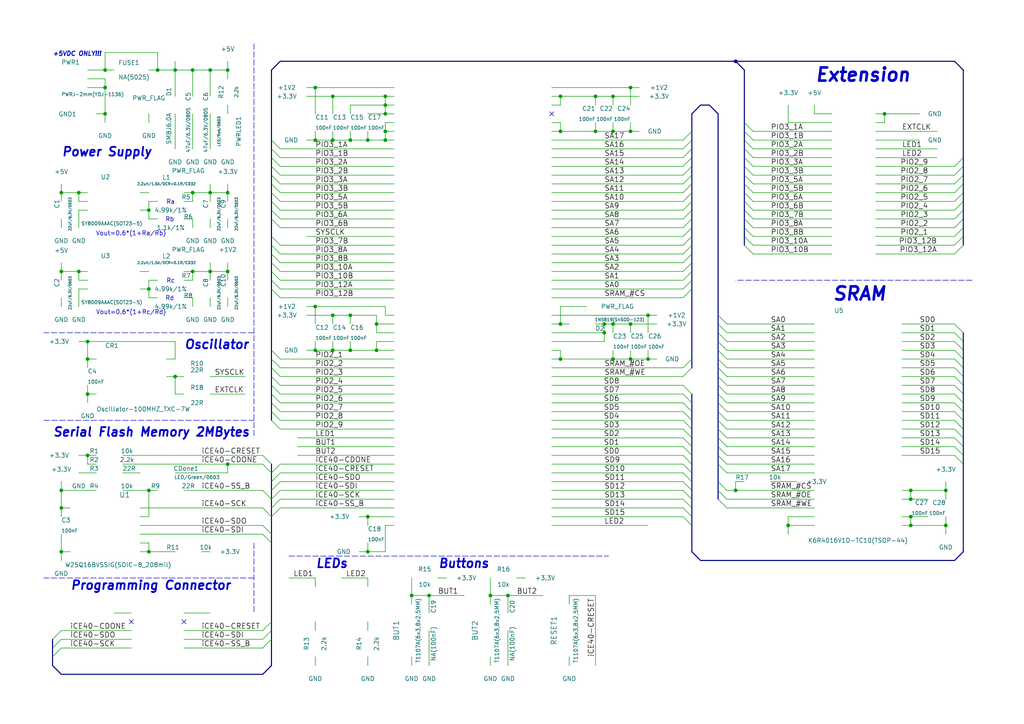
<source format=kicad_sch>
(kicad_sch (version 20231120) (generator "eeschema") (generator_version "8.0")
  (paper "A4")
  (title_block (rev "A") (company "OLimeX LTD") (comment 1 "https://www.olimex.com/"))
  (junction (at 182.88 25.4))
  (junction (at 111.76 33.02))
  (junction (at 66.04 55.88))
  (junction (at 22.86 78.74))
  (junction (at 264.16 152.4))
  (junction (at 91.44 88.9))
  (junction (at 55.88 55.88))
  (junction (at 111.76 30.48))
  (junction (at 177.8 27.94))
  (junction (at 43.18 160.02))
  (junction (at 17.78 160.02))
  (junction (at 60.96 20.32))
  (junction (at 50.8 109.22))
  (junction (at 228.6 152.4))
  (junction (at 50.8 20.32))
  (junction (at 91.44 40.64))
  (junction (at 147.32 172.72))
  (junction (at 187.96 91.44))
  (junction (at 43.18 60.96))
  (junction (at 17.78 78.74))
  (junction (at 182.88 104.14))
  (junction (at 96.52 91.44))
  (junction (at 109.22 101.6))
  (junction (at 111.76 27.94))
  (junction (at 25.4 114.3))
  (junction (at 25.4 132.08))
  (junction (at 162.56 38.1))
  (junction (at 162.56 27.94))
  (junction (at 96.52 40.64))
  (junction (at 187.96 104.14))
  (junction (at 96.52 27.94))
  (junction (at 111.76 38.1))
  (junction (at 101.6 40.64))
  (junction (at 172.72 27.94))
  (junction (at 101.6 91.44))
  (junction (at 109.22 93.98))
  (junction (at 101.6 101.6))
  (junction (at 91.44 101.6))
  (junction (at 175.26 96.52))
  (junction (at 17.78 147.32))
  (junction (at 30.48 33.02))
  (junction (at 43.18 142.24))
  (junction (at 106.68 149.86))
  (junction (at 45.72 20.32))
  (junction (at 55.88 78.74))
  (junction (at 43.18 83.82))
  (junction (at 177.8 104.14))
  (junction (at 66.04 20.32))
  (junction (at 22.86 55.88))
  (junction (at 17.78 142.24))
  (junction (at 106.68 40.64))
  (junction (at 172.72 38.1))
  (junction (at 106.68 160.02))
  (junction (at 111.76 40.64))
  (junction (at 264.16 144.78))
  (junction (at 66.04 78.74))
  (junction (at 60.96 78.74))
  (junction (at 264.16 149.86))
  (junction (at 60.96 55.88))
  (junction (at 124.46 172.72))
  (junction (at 55.88 20.32))
  (junction (at 162.56 93.98))
  (junction (at 91.44 25.4))
  (junction (at 66.04 134.62))
  (junction (at 182.88 38.1))
  (junction (at 177.8 93.98))
  (junction (at 177.8 38.1))
  (junction (at 274.32 142.24))
  (junction (at 213.36 17.78))
  (junction (at 175.26 93.98))
  (junction (at 142.24 172.72))
  (junction (at 119.38 172.72))
  (junction (at 162.56 104.14))
  (junction (at 30.48 25.4))
  (junction (at 25.4 99.06))
  (junction (at 274.32 152.4))
  (junction (at 30.48 20.32))
  (junction (at 96.52 101.6))
  (junction (at 182.88 93.98))
  (junction (at 25.4 104.14))
  (junction (at 213.36 142.24))
  (junction (at 256.54 33.02))
  (junction (at 17.78 55.88))
  (junction (at 264.16 142.24))
  (no_connect (at 160.02 33.02))
  (no_connect (at 38.1 180.34))
  (no_connect (at 53.34 180.34))
  (bus_entry (at 215.9 53.34) (size 2.54 2.54))
  (bus_entry (at 208.28 104.14) (size 2.54 2.54))
  (bus_entry (at 208.28 127) (size 2.54 2.54))
  (bus_entry (at 208.28 119.38) (size 2.54 2.54))
  (bus_entry (at 208.28 134.62) (size 2.54 2.54))
  (bus_entry (at 78.74 109.22) (size 2.54 2.54))
  (bus_entry (at 208.28 114.3) (size 2.54 2.54))
  (bus_entry (at 81.28 144.78) (size -2.54 2.54))
  (bus_entry (at 215.9 60.96) (size 2.54 2.54))
  (bus_entry (at 215.9 43.18) (size 2.54 2.54))
  (bus_entry (at 200.66 55.88) (size -2.54 2.54))
  (bus_entry (at 200.66 76.2) (size -2.54 2.54))
  (bus_entry (at 198.12 119.38) (size 2.54 2.54))
  (bus_entry (at 200.66 45.72) (size -2.54 2.54))
  (bus_entry (at 215.9 71.12) (size 2.54 2.54))
  (bus_entry (at 208.28 139.7) (size 2.54 2.54))
  (bus_entry (at 198.12 111.76) (size 2.54 2.54))
  (bus_entry (at 200.66 60.96) (size -2.54 2.54))
  (bus_entry (at 276.86 101.6) (size 2.54 2.54))
  (bus_entry (at 81.28 137.16) (size -2.54 2.54))
  (bus_entry (at 215.9 40.64) (size 2.54 2.54))
  (bus_entry (at 200.66 58.42) (size -2.54 2.54))
  (bus_entry (at 200.66 40.64) (size -2.54 2.54))
  (bus_entry (at 276.86 114.3) (size 2.54 2.54))
  (bus_entry (at 76.2 154.94) (size 2.54 2.54))
  (bus_entry (at 200.66 43.18) (size -2.54 2.54))
  (bus_entry (at 200.66 38.1) (size -2.54 2.54))
  (bus_entry (at 200.66 81.28) (size -2.54 2.54))
  (bus_entry (at 276.86 111.76) (size 2.54 2.54))
  (bus_entry (at 276.86 109.22) (size 2.54 2.54))
  (bus_entry (at 78.74 78.74) (size 2.54 2.54))
  (bus_entry (at 198.12 129.54) (size 2.54 2.54))
  (bus_entry (at 276.86 119.38) (size 2.54 2.54))
  (bus_entry (at 78.74 45.72) (size 2.54 2.54))
  (bus_entry (at 208.28 121.92) (size 2.54 2.54))
  (bus_entry (at 276.86 124.46) (size 2.54 2.54))
  (bus_entry (at 276.86 129.54) (size 2.54 2.54))
  (bus_entry (at 279.4 71.12) (size -2.54 2.54))
  (bus_entry (at 78.74 68.58) (size 2.54 2.54))
  (bus_entry (at 198.12 132.08) (size 2.54 2.54))
  (bus_entry (at 200.66 53.34) (size -2.54 2.54))
  (bus_entry (at 279.4 50.8) (size -2.54 2.54))
  (bus_entry (at 76.2 134.62) (size 2.54 2.54))
  (bus_entry (at 208.28 96.52) (size 2.54 2.54))
  (bus_entry (at 279.4 60.96) (size -2.54 2.54))
  (bus_entry (at 78.74 73.66) (size 2.54 2.54))
  (bus_entry (at 78.74 121.92) (size 2.54 2.54))
  (bus_entry (at 76.2 142.24) (size 2.54 2.54))
  (bus_entry (at 279.4 55.88) (size -2.54 2.54))
  (bus_entry (at 279.4 53.34) (size -2.54 2.54))
  (bus_entry (at 200.66 68.58) (size -2.54 2.54))
  (bus_entry (at 78.74 40.64) (size 2.54 2.54))
  (bus_entry (at 81.28 142.24) (size -2.54 2.54))
  (bus_entry (at 215.9 48.26) (size 2.54 2.54))
  (bus_entry (at 198.12 116.84) (size 2.54 2.54))
  (bus_entry (at 215.9 58.42) (size 2.54 2.54))
  (bus_entry (at 78.74 60.96) (size 2.54 2.54))
  (bus_entry (at 78.74 76.2) (size 2.54 2.54))
  (bus_entry (at 78.74 101.6) (size 2.54 2.54))
  (bus_entry (at 279.4 48.26) (size -2.54 2.54))
  (bus_entry (at 279.4 63.5) (size -2.54 2.54))
  (bus_entry (at 78.74 53.34) (size 2.54 2.54))
  (bus_entry (at 200.66 71.12) (size -2.54 2.54))
  (bus_entry (at 208.28 142.24) (size 2.54 2.54))
  (bus_entry (at 276.86 127) (size 2.54 2.54))
  (bus_entry (at 198.12 144.78) (size 2.54 2.54))
  (bus_entry (at 78.74 104.14) (size 2.54 2.54))
  (bus_entry (at 208.28 132.08) (size 2.54 2.54))
  (bus_entry (at 78.74 180.34) (size -2.54 2.54))
  (bus_entry (at 276.86 132.08) (size 2.54 2.54))
  (bus_entry (at 78.74 81.28) (size 2.54 2.54))
  (bus_entry (at 78.74 111.76) (size 2.54 2.54))
  (bus_entry (at 208.28 106.68) (size 2.54 2.54))
  (bus_entry (at 198.12 114.3) (size 2.54 2.54))
  (bus_entry (at 198.12 149.86) (size 2.54 2.54))
  (bus_entry (at 215.9 55.88) (size 2.54 2.54))
  (bus_entry (at 208.28 99.06) (size 2.54 2.54))
  (bus_entry (at 17.78 182.88) (size -2.54 2.54))
  (bus_entry (at 76.2 152.4) (size 2.54 2.54))
  (bus_entry (at 78.74 182.88) (size -2.54 2.54))
  (bus_entry (at 215.9 63.5) (size 2.54 2.54))
  (bus_entry (at 215.9 68.58) (size 2.54 2.54))
  (bus_entry (at 78.74 55.88) (size 2.54 2.54))
  (bus_entry (at 215.9 38.1) (size 2.54 2.54))
  (bus_entry (at 208.28 144.78) (size 2.54 2.54))
  (bus_entry (at 208.28 124.46) (size 2.54 2.54))
  (bus_entry (at 208.28 111.76) (size 2.54 2.54))
  (bus_entry (at 279.4 58.42) (size -2.54 2.54))
  (bus_entry (at 78.74 83.82) (size 2.54 2.54))
  (bus_entry (at 276.86 99.06) (size 2.54 2.54))
  (bus_entry (at 200.66 66.04) (size -2.54 2.54))
  (bus_entry (at 276.86 121.92) (size 2.54 2.54))
  (bus_entry (at 78.74 43.18) (size 2.54 2.54))
  (bus_entry (at 208.28 109.22) (size 2.54 2.54))
  (bus_entry (at 198.12 147.32) (size 2.54 2.54))
  (bus_entry (at 279.4 45.72) (size -2.54 2.54))
  (bus_entry (at 81.28 134.62) (size -2.54 2.54))
  (bus_entry (at 78.74 71.12) (size 2.54 2.54))
  (bus_entry (at 215.9 35.56) (size 2.54 2.54))
  (bus_entry (at 279.4 66.04) (size -2.54 2.54))
  (bus_entry (at 78.74 50.8) (size 2.54 2.54))
  (bus_entry (at 81.28 139.7) (size -2.54 2.54))
  (bus_entry (at 198.12 121.92) (size 2.54 2.54))
  (bus_entry (at 200.66 106.68) (size -2.54 2.54))
  (bus_entry (at 198.12 124.46) (size 2.54 2.54))
  (bus_entry (at 76.2 147.32) (size 2.54 2.54))
  (bus_entry (at 208.28 93.98) (size 2.54 2.54))
  (bus_entry (at 200.66 48.26) (size -2.54 2.54))
  (bus_entry (at 276.86 104.14) (size 2.54 2.54))
  (bus_entry (at 198.12 127) (size 2.54 2.54))
  (bus_entry (at 78.74 106.68) (size 2.54 2.54))
  (bus_entry (at 200.66 50.8) (size -2.54 2.54))
  (bus_entry (at 215.9 45.72) (size 2.54 2.54))
  (bus_entry (at 279.4 68.58) (size -2.54 2.54))
  (bus_entry (at 200.66 63.5) (size -2.54 2.54))
  (bus_entry (at 208.28 91.44) (size 2.54 2.54))
  (bus_entry (at 17.78 187.96) (size -2.54 2.54))
  (bus_entry (at 200.66 78.74) (size -2.54 2.54))
  (bus_entry (at 208.28 129.54) (size 2.54 2.54))
  (bus_entry (at 17.78 185.42) (size -2.54 2.54))
  (bus_entry (at 78.74 116.84) (size 2.54 2.54))
  (bus_entry (at 78.74 119.38) (size 2.54 2.54))
  (bus_entry (at 78.74 63.5) (size 2.54 2.54))
  (bus_entry (at 198.12 139.7) (size 2.54 2.54))
  (bus_entry (at 78.74 58.42) (size 2.54 2.54))
  (bus_entry (at 76.2 132.08) (size 2.54 2.54))
  (bus_entry (at 200.66 104.14) (size -2.54 2.54))
  (bus_entry (at 198.12 137.16) (size 2.54 2.54))
  (bus_entry (at 198.12 134.62) (size 2.54 2.54))
  (bus_entry (at 208.28 101.6) (size 2.54 2.54))
  (bus_entry (at 215.9 50.8) (size 2.54 2.54))
  (bus_entry (at 200.66 73.66) (size -2.54 2.54))
  (bus_entry (at 78.74 185.42) (size -2.54 2.54))
  (bus_entry (at 198.12 142.24) (size 2.54 2.54))
  (bus_entry (at 78.74 114.3) (size 2.54 2.54))
  (bus_entry (at 200.66 83.82) (size -2.54 2.54))
  (bus_entry (at 276.86 106.68) (size 2.54 2.54))
  (bus_entry (at 276.86 116.84) (size 2.54 2.54))
  (bus_entry (at 78.74 48.26) (size 2.54 2.54))
  (bus_entry (at 215.9 66.04) (size 2.54 2.54))
  (bus_entry (at 276.86 93.98) (size 2.54 2.54))
  (bus_entry (at 276.86 96.52) (size 2.54 2.54))
  (bus_entry (at 81.28 147.32) (size -2.54 2.54))
  (bus_entry (at 208.28 116.84) (size 2.54 2.54))
  (wire (pts (xy 261.62 152.4) (xy 264.16 152.4)))
  (wire (pts (xy 109.22 93.98) (xy 114.3 93.98)))
  (wire (pts (xy 17.78 63.5) (xy 17.78 66.04)))
  (wire (pts (xy 177.8 27.94) (xy 177.8 30.48)))
  (wire (pts (xy 254 35.56) (xy 256.54 35.56)))
  (bus (pts (xy 78.74 157.48) (xy 78.74 180.34)))
  (wire (pts (xy 91.44 88.9) (xy 111.76 88.9)))
  (wire (pts (xy 261.62 127) (xy 276.86 127)))
  (wire (pts (xy 198.12 45.72) (xy 160.02 45.72)))
  (bus (pts (xy 279.4 20.32) (xy 279.4 45.72)))
  (bus (pts (xy 215.9 40.64) (xy 215.9 43.18)))
  (wire (pts (xy 142.24 172.72) (xy 147.32 172.72)))
  (wire (pts (xy 274.32 142.24) (xy 274.32 144.78)))
  (wire (pts (xy 162.56 35.56) (xy 162.56 38.1)))
  (wire (pts (xy 17.78 160.02) (xy 17.78 162.56)))
  (wire (pts (xy 198.12 124.46) (xy 160.02 124.46)))
  (wire (pts (xy 17.78 182.88) (xy 38.1 182.88)))
  (wire (pts (xy 160.02 104.14) (xy 162.56 104.14)))
  (wire (pts (xy 109.22 99.06) (xy 109.22 101.6)))
  (wire (pts (xy 106.68 170.18) (xy 106.68 167.64)))
  (wire (pts (xy 50.8 20.32) (xy 55.88 20.32)))
  (wire (pts (xy 45.72 20.32) (xy 50.8 20.32)))
  (wire (pts (xy 254 48.26) (xy 276.86 48.26)))
  (wire (pts (xy 38.1 185.42) (xy 17.78 185.42)))
  (wire (pts (xy 175.26 96.52) (xy 175.26 99.06)))
  (bus (pts (xy 279.4 66.04) (xy 279.4 68.58)))
  (bus (pts (xy 279.4 160.02) (xy 279.4 134.62)))
  (wire (pts (xy 106.68 160.02) (xy 111.76 160.02)))
  (wire (pts (xy 172.72 38.1) (xy 177.8 38.1)))
  (wire (pts (xy 111.76 30.48) (xy 111.76 33.02)))
  (wire (pts (xy 264.16 144.78) (xy 264.16 142.24)))
  (wire (pts (xy 17.78 86.36) (xy 17.78 88.9)))
  (wire (pts (xy 43.18 58.42) (xy 43.18 60.96)))
  (wire (pts (xy 198.12 48.26) (xy 160.02 48.26)))
  (wire (pts (xy 106.68 180.34) (xy 106.68 182.88)))
  (wire (pts (xy 213.36 139.7) (xy 213.36 142.24)))
  (wire (pts (xy 114.3 109.22) (xy 81.28 109.22)))
  (wire (pts (xy 91.44 180.34) (xy 91.44 182.88)))
  (polyline (pts (xy 73.66 167.64) (xy 12.7 167.64)) (stroke (width 0) (type dash)))
  (wire (pts (xy 66.04 137.16) (xy 66.04 134.62)))
  (wire (pts (xy 43.18 35.56) (xy 43.18 33.02)))
  (wire (pts (xy 25.4 104.14) (xy 25.4 106.68)))
  (wire (pts (xy 101.6 30.48) (xy 101.6 33.02)))
  (wire (pts (xy 114.3 78.74) (xy 81.28 78.74)))
  (wire (pts (xy 152.4 167.64) (xy 149.86 167.64)))
  (wire (pts (xy 271.78 43.18) (xy 254 43.18)))
  (wire (pts (xy 198.12 132.08) (xy 160.02 132.08)))
  (wire (pts (xy 101.6 91.44) (xy 109.22 91.44)))
  (wire (pts (xy 88.9 88.9) (xy 91.44 88.9)))
  (wire (pts (xy 236.22 101.6) (xy 210.82 101.6)))
  (wire (pts (xy 119.38 167.64) (xy 119.38 172.72)))
  (bus (pts (xy 200.66 139.7) (xy 200.66 142.24)))
  (bus (pts (xy 279.4 121.92) (xy 279.4 119.38)))
  (wire (pts (xy 40.64 160.02) (xy 43.18 160.02)))
  (bus (pts (xy 205.74 30.48) (xy 203.2 30.48)))
  (wire (pts (xy 40.64 137.16) (xy 35.56 137.16)))
  (wire (pts (xy 55.88 55.88) (xy 60.96 55.88)))
  (bus (pts (xy 215.9 68.58) (xy 215.9 71.12)))
  (bus (pts (xy 215.9 60.96) (xy 215.9 63.5)))
  (wire (pts (xy 182.88 93.98) (xy 182.88 96.52)))
  (wire (pts (xy 76.2 147.32) (xy 40.64 147.32)))
  (wire (pts (xy 254 55.88) (xy 276.86 55.88)))
  (wire (pts (xy 182.88 104.14) (xy 187.96 104.14)))
  (wire (pts (xy 114.3 76.2) (xy 81.28 76.2)))
  (bus (pts (xy 200.66 134.62) (xy 200.66 137.16)))
  (wire (pts (xy 241.3 33.02) (xy 236.22 33.02)))
  (wire (pts (xy 27.94 134.62) (xy 25.4 134.62)))
  (wire (pts (xy 114.3 116.84) (xy 81.28 116.84)))
  (bus (pts (xy 279.4 55.88) (xy 279.4 58.42)))
  (bus (pts (xy 200.66 104.14) (xy 200.66 106.68)))
  (wire (pts (xy 55.88 63.5) (xy 55.88 66.04)))
  (wire (pts (xy 241.3 40.64) (xy 218.44 40.64)))
  (wire (pts (xy 53.34 55.88) (xy 55.88 55.88)))
  (bus (pts (xy 215.9 35.56) (xy 215.9 38.1)))
  (bus (pts (xy 78.74 111.76) (xy 78.74 114.3)))
  (wire (pts (xy 55.88 86.36) (xy 55.88 88.9)))
  (wire (pts (xy 22.86 83.82) (xy 22.86 88.9)))
  (bus (pts (xy 78.74 182.88) (xy 78.74 185.42)))
  (wire (pts (xy 236.22 33.02) (xy 236.22 30.48)))
  (polyline (pts (xy 73.66 12.7) (xy 73.66 127)) (stroke (width 0) (type dash)))
  (bus (pts (xy 78.74 20.32) (xy 78.74 40.64)))
  (bus (pts (xy 200.66 60.96) (xy 200.66 63.5)))
  (wire (pts (xy 241.3 45.72) (xy 218.44 45.72)))
  (wire (pts (xy 50.8 109.22) (xy 53.34 109.22)))
  (wire (pts (xy 160.02 147.32) (xy 198.12 147.32)))
  (wire (pts (xy 114.3 114.3) (xy 81.28 114.3)))
  (wire (pts (xy 50.8 109.22) (xy 50.8 114.3)))
  (bus (pts (xy 200.66 50.8) (xy 200.66 53.34)))
  (wire (pts (xy 198.12 114.3) (xy 160.02 114.3)))
  (wire (pts (xy 254 58.42) (xy 276.86 58.42)))
  (bus (pts (xy 213.36 17.78) (xy 276.86 17.78)))
  (bus (pts (xy 78.74 104.14) (xy 78.74 106.68)))
  (wire (pts (xy 241.3 48.26) (xy 218.44 48.26)))
  (bus (pts (xy 200.66 78.74) (xy 200.66 81.28)))
  (wire (pts (xy 35.56 142.24) (xy 43.18 142.24)))
  (wire (pts (xy 86.36 132.08) (xy 114.3 132.08)))
  (wire (pts (xy 91.44 25.4) (xy 91.44 33.02)))
  (wire (pts (xy 88.9 101.6) (xy 91.44 101.6)))
  (wire (pts (xy 60.96 76.2) (xy 60.96 78.74)))
  (wire (pts (xy 25.4 132.08) (xy 27.94 132.08)))
  (wire (pts (xy 198.12 116.84) (xy 160.02 116.84)))
  (wire (pts (xy 96.52 40.64) (xy 101.6 40.64)))
  (wire (pts (xy 43.18 83.82) (xy 43.18 86.36)))
  (wire (pts (xy 76.2 152.4) (xy 40.64 152.4)))
  (wire (pts (xy 55.88 43.18) (xy 55.88 33.02)))
  (bus (pts (xy 78.74 149.86) (xy 78.74 154.94)))
  (bus (pts (xy 200.66 53.34) (xy 200.66 55.88)))
  (wire (pts (xy 264.16 149.86) (xy 269.24 149.86)))
  (wire (pts (xy 55.88 81.28) (xy 53.34 81.28)))
  (wire (pts (xy 76.2 132.08) (xy 35.56 132.08)))
  (bus (pts (xy 279.4 58.42) (xy 279.4 60.96)))
  (wire (pts (xy 236.22 124.46) (xy 210.82 124.46)))
  (bus (pts (xy 215.9 58.42) (xy 215.9 60.96)))
  (wire (pts (xy 177.8 93.98) (xy 182.88 93.98)))
  (bus (pts (xy 200.66 132.08) (xy 200.66 134.62)))
  (wire (pts (xy 76.2 187.96) (xy 53.34 187.96)))
  (wire (pts (xy 124.46 172.72) (xy 134.62 172.72)))
  (wire (pts (xy 25.4 99.06) (xy 50.8 99.06)))
  (wire (pts (xy 45.72 58.42) (xy 43.18 58.42)))
  (wire (pts (xy 114.3 86.36) (xy 81.28 86.36)))
  (wire (pts (xy 66.04 76.2) (xy 66.04 78.74)))
  (wire (pts (xy 96.52 101.6) (xy 101.6 101.6)))
  (wire (pts (xy 114.3 106.68) (xy 81.28 106.68)))
  (bus (pts (xy 215.9 20.32) (xy 213.36 17.78)))
  (wire (pts (xy 17.78 154.94) (xy 17.78 160.02)))
  (wire (pts (xy 17.78 53.34) (xy 17.78 55.88)))
  (wire (pts (xy 114.3 53.34) (xy 81.28 53.34)))
  (wire (pts (xy 162.56 27.94) (xy 172.72 27.94)))
  (bus (pts (xy 200.66 137.16) (xy 200.66 139.7)))
  (wire (pts (xy 101.6 30.48) (xy 111.76 30.48)))
  (bus (pts (xy 78.74 109.22) (xy 78.74 111.76)))
  (wire (pts (xy 241.3 53.34) (xy 218.44 53.34)))
  (wire (pts (xy 50.8 17.78) (xy 50.8 20.32)))
  (wire (pts (xy 114.3 60.96) (xy 81.28 60.96)))
  (wire (pts (xy 170.18 88.9) (xy 162.56 88.9)))
  (wire (pts (xy 172.72 27.94) (xy 177.8 27.94)))
  (wire (pts (xy 106.68 33.02) (xy 111.76 33.02)))
  (bus (pts (xy 78.74 63.5) (xy 78.74 68.58)))
  (bus (pts (xy 208.28 121.92) (xy 208.28 124.46)))
  (wire (pts (xy 236.22 99.06) (xy 210.82 99.06)))
  (wire (pts (xy 101.6 99.06) (xy 101.6 101.6)))
  (wire (pts (xy 264.16 152.4) (xy 274.32 152.4)))
  (bus (pts (xy 279.4 116.84) (xy 279.4 114.3)))
  (bus (pts (xy 200.66 121.92) (xy 200.66 124.46)))
  (bus (pts (xy 208.28 114.3) (xy 208.28 116.84)))
  (bus (pts (xy 78.74 68.58) (xy 78.74 71.12)))
  (bus (pts (xy 279.4 60.96) (xy 279.4 63.5)))
  (wire (pts (xy 114.3 134.62) (xy 81.28 134.62)))
  (wire (pts (xy 261.62 129.54) (xy 276.86 129.54)))
  (wire (pts (xy 187.96 91.44) (xy 190.5 91.44)))
  (wire (pts (xy 198.12 121.92) (xy 160.02 121.92)))
  (wire (pts (xy 86.36 129.54) (xy 114.3 129.54)))
  (wire (pts (xy 241.3 50.8) (xy 218.44 50.8)))
  (bus (pts (xy 15.24 193.04) (xy 15.24 190.5)))
  (wire (pts (xy 198.12 66.04) (xy 160.02 66.04)))
  (wire (pts (xy 55.88 78.74) (xy 55.88 81.28)))
  (bus (pts (xy 200.66 147.32) (xy 200.66 149.86)))
  (wire (pts (xy 177.8 27.94) (xy 185.42 27.94)))
  (wire (pts (xy 274.32 152.4) (xy 274.32 154.94)))
  (bus (pts (xy 203.2 162.56) (xy 276.86 162.56)))
  (wire (pts (xy 182.88 101.6) (xy 182.88 104.14)))
  (wire (pts (xy 162.56 104.14) (xy 177.8 104.14)))
  (wire (pts (xy 264.16 144.78) (xy 269.24 144.78)))
  (bus (pts (xy 279.4 114.3) (xy 279.4 111.76)))
  (wire (pts (xy 43.18 86.36) (xy 45.72 86.36)))
  (wire (pts (xy 114.3 58.42) (xy 81.28 58.42)))
  (wire (pts (xy 254 66.04) (xy 276.86 66.04)))
  (wire (pts (xy 60.96 114.3) (xy 71.12 114.3)))
  (bus (pts (xy 200.66 48.26) (xy 200.66 50.8)))
  (bus (pts (xy 208.28 119.38) (xy 208.28 121.92)))
  (wire (pts (xy 274.32 149.86) (xy 274.32 152.4)))
  (wire (pts (xy 43.18 20.32) (xy 45.72 20.32)))
  (wire (pts (xy 114.3 124.46) (xy 81.28 124.46)))
  (polyline (pts (xy 281.94 81.28) (xy 213.36 81.28)) (stroke (width 0) (type dash)))
  (bus (pts (xy 200.66 55.88) (xy 200.66 58.42)))
  (wire (pts (xy 114.3 111.76) (xy 81.28 111.76)))
  (wire (pts (xy 236.22 149.86) (xy 228.6 149.86)))
  (polyline (pts (xy 73.66 96.52) (xy 12.7 96.52)) (stroke (width 0) (type dash)))
  (wire (pts (xy 114.3 35.56) (xy 111.76 35.56)))
  (bus (pts (xy 279.4 99.06) (xy 279.4 96.52)))
  (wire (pts (xy 60.96 66.04) (xy 60.96 63.5)))
  (wire (pts (xy 60.96 55.88) (xy 60.96 58.42)))
  (wire (pts (xy 261.62 106.68) (xy 276.86 106.68)))
  (wire (pts (xy 236.22 152.4) (xy 228.6 152.4)))
  (wire (pts (xy 106.68 149.86) (xy 114.3 149.86)))
  (wire (pts (xy 236.22 119.38) (xy 210.82 119.38)))
  (wire (pts (xy 160.02 134.62) (xy 198.12 134.62)))
  (bus (pts (xy 78.74 137.16) (xy 78.74 139.7)))
  (wire (pts (xy 17.78 147.32) (xy 17.78 149.86)))
  (bus (pts (xy 200.66 127) (xy 200.66 129.54)))
  (wire (pts (xy 96.52 99.06) (xy 96.52 101.6)))
  (wire (pts (xy 228.6 35.56) (xy 228.6 30.48)))
  (wire (pts (xy 114.3 83.82) (xy 81.28 83.82)))
  (bus (pts (xy 276.86 162.56) (xy 279.4 160.02)))
  (wire (pts (xy 38.1 187.96) (xy 17.78 187.96)))
  (wire (pts (xy 182.88 38.1) (xy 185.42 38.1)))
  (wire (pts (xy 25.4 81.28) (xy 22.86 81.28)))
  (bus (pts (xy 200.66 129.54) (xy 200.66 132.08)))
  (bus (pts (xy 17.78 195.58) (xy 15.24 193.04)))
  (wire (pts (xy 22.86 55.88) (xy 25.4 55.88)))
  (wire (pts (xy 160.02 137.16) (xy 198.12 137.16)))
  (wire (pts (xy 25.4 83.82) (xy 22.86 83.82)))
  (wire (pts (xy 91.44 167.64) (xy 83.82 167.64)))
  (wire (pts (xy 106.68 40.64) (xy 111.76 40.64)))
  (wire (pts (xy 241.3 66.04) (xy 218.44 66.04)))
  (wire (pts (xy 17.78 147.32) (xy 20.32 147.32)))
  (wire (pts (xy 22.86 58.42) (xy 22.86 55.88)))
  (bus (pts (xy 200.66 76.2) (xy 200.66 78.74)))
  (wire (pts (xy 25.4 114.3) (xy 25.4 116.84)))
  (wire (pts (xy 261.62 124.46) (xy 276.86 124.46)))
  (wire (pts (xy 114.3 81.28) (xy 81.28 81.28)))
  (wire (pts (xy 109.22 96.52) (xy 114.3 96.52)))
  (wire (pts (xy 261.62 96.52) (xy 276.86 96.52)))
  (wire (pts (xy 17.78 142.24) (xy 17.78 147.32)))
  (wire (pts (xy 182.88 35.56) (xy 182.88 38.1)))
  (wire (pts (xy 162.56 93.98) (xy 165.1 93.98)))
  (wire (pts (xy 142.24 193.04) (xy 142.24 190.5)))
  (wire (pts (xy 111.76 152.4) (xy 111.76 160.02)))
  (bus (pts (xy 279.4 129.54) (xy 279.4 127)))
  (bus (pts (xy 215.9 55.88) (xy 215.9 58.42)))
  (wire (pts (xy 236.22 147.32) (xy 210.82 147.32)))
  (wire (pts (xy 271.78 38.1) (xy 254 38.1)))
  (wire (pts (xy 114.3 104.14) (xy 81.28 104.14)))
  (bus (pts (xy 279.4 101.6) (xy 279.4 99.06)))
  (bus (pts (xy 200.66 83.82) (xy 200.66 104.14)))
  (wire (pts (xy 160.02 91.44) (xy 187.96 91.44)))
  (bus (pts (xy 215.9 53.34) (xy 215.9 55.88)))
  (bus (pts (xy 215.9 48.26) (xy 215.9 50.8)))
  (wire (pts (xy 198.12 43.18) (xy 160.02 43.18)))
  (wire (pts (xy 187.96 101.6) (xy 187.96 104.14)))
  (bus (pts (xy 208.28 99.06) (xy 208.28 101.6)))
  (wire (pts (xy 66.04 55.88) (xy 66.04 58.42)))
  (wire (pts (xy 96.52 91.44) (xy 101.6 91.44)))
  (wire (pts (xy 256.54 33.02) (xy 266.7 33.02)))
  (wire (pts (xy 101.6 38.1) (xy 101.6 40.64)))
  (wire (pts (xy 17.78 139.7) (xy 17.78 142.24)))
  (wire (pts (xy 175.26 93.98) (xy 177.8 93.98)))
  (wire (pts (xy 198.12 73.66) (xy 160.02 73.66)))
  (bus (pts (xy 203.2 30.48) (xy 200.66 33.02)))
  (wire (pts (xy 236.22 144.78) (xy 210.82 144.78)))
  (bus (pts (xy 78.74 45.72) (xy 78.74 48.26)))
  (wire (pts (xy 17.78 78.74) (xy 22.86 78.74)))
  (wire (pts (xy 271.78 45.72) (xy 254 45.72)))
  (wire (pts (xy 50.8 137.16) (xy 66.04 137.16)))
  (bus (pts (xy 78.74 185.42) (xy 78.74 193.04)))
  (bus (pts (xy 208.28 96.52) (xy 208.28 99.06)))
  (wire (pts (xy 30.48 22.86) (xy 30.48 25.4)))
  (wire (pts (xy 50.8 104.14) (xy 48.26 104.14)))
  (bus (pts (xy 279.4 119.38) (xy 279.4 116.84)))
  (wire (pts (xy 96.52 38.1) (xy 96.52 40.64)))
  (bus (pts (xy 81.28 17.78) (xy 78.74 20.32)))
  (wire (pts (xy 254 33.02) (xy 256.54 33.02)))
  (wire (pts (xy 66.04 66.04) (xy 66.04 63.5)))
  (bus (pts (xy 78.74 106.68) (xy 78.74 109.22)))
  (wire (pts (xy 264.16 149.86) (xy 264.16 152.4)))
  (wire (pts (xy 254 63.5) (xy 276.86 63.5)))
  (wire (pts (xy 119.38 172.72) (xy 119.38 175.26)))
  (wire (pts (xy 91.44 25.4) (xy 114.3 25.4)))
  (bus (pts (xy 208.28 33.02) (xy 208.28 91.44)))
  (wire (pts (xy 66.04 88.9) (xy 66.04 86.36)))
  (wire (pts (xy 256.54 35.56) (xy 256.54 33.02)))
  (bus (pts (xy 279.4 53.34) (xy 279.4 55.88)))
  (bus (pts (xy 208.28 91.44) (xy 208.28 93.98)))
  (wire (pts (xy 27.94 33.02) (xy 30.48 33.02)))
  (wire (pts (xy 104.14 160.02) (xy 106.68 160.02)))
  (wire (pts (xy 261.62 111.76) (xy 276.86 111.76)))
  (wire (pts (xy 162.56 101.6) (xy 160.02 101.6)))
  (wire (pts (xy 109.22 93.98) (xy 109.22 96.52)))
  (wire (pts (xy 114.3 91.44) (xy 111.76 91.44)))
  (wire (pts (xy 236.22 111.76) (xy 210.82 111.76)))
  (wire (pts (xy 40.64 78.74) (xy 43.18 78.74)))
  (wire (pts (xy 111.76 40.64) (xy 114.3 40.64)))
  (bus (pts (xy 279.4 127) (xy 279.4 124.46)))
  (wire (pts (xy 53.34 86.36) (xy 55.88 86.36)))
  (bus (pts (xy 200.66 152.4) (xy 200.66 160.02)))
  (wire (pts (xy 254 71.12) (xy 276.86 71.12)))
  (bus (pts (xy 215.9 43.18) (xy 215.9 45.72)))
  (wire (pts (xy 60.96 78.74) (xy 66.04 78.74)))
  (wire (pts (xy 165.1 193.04) (xy 165.1 190.5)))
  (bus (pts (xy 279.4 104.14) (xy 279.4 101.6)))
  (wire (pts (xy 236.22 114.3) (xy 210.82 114.3)))
  (wire (pts (xy 25.4 20.32) (xy 30.48 20.32)))
  (bus (pts (xy 78.74 119.38) (xy 78.74 121.92)))
  (wire (pts (xy 231.14 139.7) (xy 223.52 139.7)))
  (wire (pts (xy 22.86 137.16) (xy 27.94 137.16)))
  (wire (pts (xy 53.34 142.24) (xy 76.2 142.24)))
  (wire (pts (xy 142.24 167.64) (xy 142.24 172.72)))
  (bus (pts (xy 208.28 111.76) (xy 208.28 114.3)))
  (wire (pts (xy 27.94 114.3) (xy 25.4 114.3)))
  (wire (pts (xy 17.78 76.2) (xy 17.78 78.74)))
  (wire (pts (xy 236.22 121.92) (xy 210.82 121.92)))
  (bus (pts (xy 208.28 116.84) (xy 208.28 119.38)))
  (wire (pts (xy 210.82 142.24) (xy 213.36 142.24)))
  (wire (pts (xy 160.02 149.86) (xy 198.12 149.86)))
  (bus (pts (xy 78.74 180.34) (xy 78.74 182.88)))
  (wire (pts (xy 43.18 60.96) (xy 43.18 63.5)))
  (bus (pts (xy 200.66 144.78) (xy 200.66 147.32)))
  (bus (pts (xy 78.74 81.28) (xy 78.74 83.82)))
  (wire (pts (xy 91.44 170.18) (xy 91.44 167.64)))
  (wire (pts (xy 114.3 139.7) (xy 81.28 139.7)))
  (wire (pts (xy 88.9 25.4) (xy 91.44 25.4)))
  (wire (pts (xy 160.02 38.1) (xy 162.56 38.1)))
  (wire (pts (xy 254 73.66) (xy 276.86 73.66)))
  (wire (pts (xy 88.9 40.64) (xy 91.44 40.64)))
  (wire (pts (xy 111.76 30.48) (xy 114.3 30.48)))
  (wire (pts (xy 261.62 119.38) (xy 276.86 119.38)))
  (wire (pts (xy 172.72 172.72) (xy 172.72 193.04)))
  (wire (pts (xy 111.76 35.56) (xy 111.76 38.1)))
  (wire (pts (xy 198.12 81.28) (xy 160.02 81.28)))
  (wire (pts (xy 236.22 137.16) (xy 210.82 137.16)))
  (wire (pts (xy 109.22 101.6) (xy 114.3 101.6)))
  (polyline (pts (xy 73.66 157.48) (xy 73.66 177.8)) (stroke (width 0) (type dash)))
  (bus (pts (xy 279.4 45.72) (xy 279.4 48.26)))
  (wire (pts (xy 187.96 91.44) (xy 187.96 96.52)))
  (wire (pts (xy 236.22 134.62) (xy 210.82 134.62)))
  (bus (pts (xy 200.66 38.1) (xy 200.66 40.64)))
  (wire (pts (xy 91.44 99.06) (xy 91.44 101.6)))
  (wire (pts (xy 114.3 66.04) (xy 81.28 66.04)))
  (wire (pts (xy 43.18 149.86) (xy 43.18 142.24)))
  (bus (pts (xy 208.28 124.46) (xy 208.28 127)))
  (wire (pts (xy 264.16 142.24) (xy 274.32 142.24)))
  (wire (pts (xy 50.8 114.3) (xy 53.34 114.3)))
  (wire (pts (xy 198.12 119.38) (xy 160.02 119.38)))
  (bus (pts (xy 215.9 66.04) (xy 215.9 68.58)))
  (wire (pts (xy 261.62 142.24) (xy 264.16 142.24)))
  (wire (pts (xy 104.14 149.86) (xy 106.68 149.86)))
  (bus (pts (xy 78.74 116.84) (xy 78.74 119.38)))
  (wire (pts (xy 106.68 157.48) (xy 106.68 160.02)))
  (wire (pts (xy 22.86 81.28) (xy 22.86 78.74)))
  (wire (pts (xy 198.12 129.54) (xy 160.02 129.54)))
  (wire (pts (xy 17.78 78.74) (xy 17.78 81.28)))
  (wire (pts (xy 106.68 167.64) (xy 99.06 167.64)))
  (wire (pts (xy 261.62 121.92) (xy 276.86 121.92)))
  (bus (pts (xy 200.66 142.24) (xy 200.66 144.78)))
  (bus (pts (xy 279.4 124.46) (xy 279.4 121.92)))
  (bus (pts (xy 279.4 48.26) (xy 279.4 50.8)))
  (wire (pts (xy 96.52 27.94) (xy 111.76 27.94)))
  (wire (pts (xy 177.8 38.1) (xy 182.88 38.1)))
  (bus (pts (xy 208.28 104.14) (xy 208.28 106.68)))
  (wire (pts (xy 198.12 55.88) (xy 160.02 55.88)))
  (wire (pts (xy 101.6 40.64) (xy 106.68 40.64)))
  (bus (pts (xy 279.4 111.76) (xy 279.4 109.22)))
  (wire (pts (xy 198.12 50.8) (xy 160.02 50.8)))
  (wire (pts (xy 114.3 55.88) (xy 81.28 55.88)))
  (wire (pts (xy 198.12 109.22) (xy 160.02 109.22)))
  (wire (pts (xy 236.22 96.52) (xy 210.82 96.52)))
  (wire (pts (xy 236.22 132.08) (xy 210.82 132.08)))
  (bus (pts (xy 78.74 71.12) (xy 78.74 73.66)))
  (wire (pts (xy 22.86 99.06) (xy 25.4 99.06)))
  (wire (pts (xy 198.12 83.82) (xy 160.02 83.82)))
  (wire (pts (xy 254 53.34) (xy 276.86 53.34)))
  (wire (pts (xy 45.72 15.24) (xy 45.72 20.32)))
  (bus (pts (xy 215.9 38.1) (xy 215.9 40.64)))
  (wire (pts (xy 48.26 109.22) (xy 50.8 109.22)))
  (wire (pts (xy 101.6 93.98) (xy 101.6 91.44)))
  (wire (pts (xy 27.94 142.24) (xy 17.78 142.24)))
  (wire (pts (xy 38.1 177.8) (xy 33.02 177.8)))
  (wire (pts (xy 60.96 160.02) (xy 58.42 160.02)))
  (wire (pts (xy 147.32 172.72) (xy 157.48 172.72)))
  (wire (pts (xy 119.38 193.04) (xy 119.38 190.5)))
  (wire (pts (xy 129.54 167.64) (xy 127 167.64)))
  (wire (pts (xy 40.64 55.88) (xy 43.18 55.88)))
  (wire (pts (xy 241.3 58.42) (xy 218.44 58.42)))
  (wire (pts (xy 17.78 55.88) (xy 17.78 58.42)))
  (wire (pts (xy 35.56 134.62) (xy 66.04 134.62)))
  (wire (pts (xy 43.18 63.5) (xy 45.72 63.5)))
  (wire (pts (xy 86.36 127) (xy 114.3 127)))
  (wire (pts (xy 198.12 71.12) (xy 160.02 71.12)))
  (wire (pts (xy 25.4 22.86) (xy 30.48 22.86)))
  (wire (pts (xy 17.78 55.88) (xy 22.86 55.88)))
  (wire (pts (xy 91.44 193.04) (xy 91.44 190.5)))
  (bus (pts (xy 78.74 154.94) (xy 78.74 157.48)))
  (bus (pts (xy 78.74 83.82) (xy 78.74 101.6)))
  (wire (pts (xy 27.94 104.14) (xy 25.4 104.14)))
  (wire (pts (xy 261.62 104.14) (xy 276.86 104.14)))
  (wire (pts (xy 162.56 27.94) (xy 162.56 30.48)))
  (wire (pts (xy 228.6 152.4) (xy 228.6 154.94)))
  (wire (pts (xy 172.72 93.98) (xy 175.26 93.98)))
  (wire (pts (xy 175.26 96.52) (xy 160.02 96.52)))
  (wire (pts (xy 187.96 104.14) (xy 190.5 104.14)))
  (wire (pts (xy 198.12 58.42) (xy 160.02 58.42)))
  (wire (pts (xy 40.64 149.86) (xy 43.18 149.86)))
  (wire (pts (xy 25.4 25.4) (xy 30.48 25.4)))
  (bus (pts (xy 78.74 142.24) (xy 78.74 144.78)))
  (wire (pts (xy 142.24 172.72) (xy 142.24 175.26)))
  (wire (pts (xy 114.3 63.5) (xy 81.28 63.5)))
  (wire (pts (xy 160.02 142.24) (xy 198.12 142.24)))
  (wire (pts (xy 241.3 73.66) (xy 218.44 73.66)))
  (bus (pts (xy 200.66 66.04) (xy 200.66 68.58)))
  (wire (pts (xy 241.3 43.18) (xy 218.44 43.18)))
  (bus (pts (xy 78.74 147.32) (xy 78.74 149.86)))
  (bus (pts (xy 208.28 139.7) (xy 208.28 142.24)))
  (wire (pts (xy 91.44 40.64) (xy 96.52 40.64)))
  (bus (pts (xy 81.28 17.78) (xy 213.36 17.78)))
  (wire (pts (xy 254 50.8) (xy 276.86 50.8)))
  (wire (pts (xy 119.38 172.72) (xy 124.46 172.72)))
  (wire (pts (xy 114.3 152.4) (xy 111.76 152.4)))
  (wire (pts (xy 114.3 45.72) (xy 81.28 45.72)))
  (bus (pts (xy 78.74 55.88) (xy 78.74 58.42)))
  (wire (pts (xy 160.02 144.78) (xy 198.12 144.78)))
  (wire (pts (xy 241.3 35.56) (xy 228.6 35.56)))
  (wire (pts (xy 236.22 104.14) (xy 210.82 104.14)))
  (bus (pts (xy 78.74 144.78) (xy 78.74 147.32)))
  (bus (pts (xy 200.66 160.02) (xy 203.2 162.56)))
  (bus (pts (xy 208.28 132.08) (xy 208.28 134.62)))
  (bus (pts (xy 208.28 106.68) (xy 208.28 109.22)))
  (wire (pts (xy 114.3 50.8) (xy 81.28 50.8)))
  (bus (pts (xy 15.24 190.5) (xy 15.24 187.96)))
  (wire (pts (xy 96.52 27.94) (xy 96.52 33.02)))
  (wire (pts (xy 236.22 109.22) (xy 210.82 109.22)))
  (bus (pts (xy 78.74 73.66) (xy 78.74 76.2)))
  (wire (pts (xy 261.62 149.86) (xy 264.16 149.86)))
  (wire (pts (xy 114.3 121.92) (xy 81.28 121.92)))
  (wire (pts (xy 261.62 101.6) (xy 276.86 101.6)))
  (wire (pts (xy 160.02 93.98) (xy 162.56 93.98)))
  (wire (pts (xy 91.44 101.6) (xy 96.52 101.6)))
  (wire (pts (xy 20.32 160.02) (xy 17.78 160.02)))
  (wire (pts (xy 162.56 38.1) (xy 172.72 38.1)))
  (wire (pts (xy 114.3 71.12) (xy 81.28 71.12)))
  (bus (pts (xy 78.74 114.3) (xy 78.74 116.84)))
  (wire (pts (xy 236.22 106.68) (xy 210.82 106.68)))
  (wire (pts (xy 111.76 91.44) (xy 111.76 88.9)))
  (bus (pts (xy 200.66 73.66) (xy 200.66 76.2)))
  (wire (pts (xy 66.04 134.62) (xy 76.2 134.62)))
  (wire (pts (xy 236.22 93.98) (xy 210.82 93.98)))
  (bus (pts (xy 78.74 134.62) (xy 78.74 137.16)))
  (wire (pts (xy 241.3 55.88) (xy 218.44 55.88)))
  (wire (pts (xy 53.34 182.88) (xy 76.2 182.88)))
  (wire (pts (xy 101.6 101.6) (xy 109.22 101.6)))
  (wire (pts (xy 50.8 99.06) (xy 50.8 104.14)))
  (wire (pts (xy 177.8 104.14) (xy 182.88 104.14)))
  (wire (pts (xy 182.88 93.98) (xy 190.5 93.98)))
  (wire (pts (xy 91.44 38.1) (xy 91.44 40.64)))
  (wire (pts (xy 114.3 142.24) (xy 81.28 142.24)))
  (wire (pts (xy 60.96 109.22) (xy 71.12 109.22)))
  (wire (pts (xy 241.3 60.96) (xy 218.44 60.96)))
  (bus (pts (xy 200.66 71.12) (xy 200.66 73.66)))
  (wire (pts (xy 25.4 60.96) (xy 22.86 60.96)))
  (wire (pts (xy 160.02 25.4) (xy 182.88 25.4)))
  (wire (pts (xy 165.1 172.72) (xy 165.1 175.26)))
  (wire (pts (xy 124.46 172.72) (xy 124.46 177.8)))
  (wire (pts (xy 22.86 60.96) (xy 22.86 66.04)))
  (wire (pts (xy 114.3 38.1) (xy 111.76 38.1)))
  (wire (pts (xy 241.3 38.1) (xy 218.44 38.1)))
  (wire (pts (xy 55.88 78.74) (xy 60.96 78.74)))
  (wire (pts (xy 114.3 48.26) (xy 81.28 48.26)))
  (bus (pts (xy 200.66 119.38) (xy 200.66 121.92)))
  (bus (pts (xy 200.66 116.84) (xy 200.66 119.38)))
  (wire (pts (xy 66.04 17.78) (xy 66.04 20.32)))
  (wire (pts (xy 66.04 20.32) (xy 66.04 22.86)))
  (bus (pts (xy 208.28 93.98) (xy 208.28 96.52)))
  (bus (pts (xy 279.4 109.22) (xy 279.4 106.68)))
  (wire (pts (xy 165.1 172.72) (xy 172.72 172.72)))
  (bus (pts (xy 200.66 58.42) (xy 200.66 60.96)))
  (wire (pts (xy 60.96 55.88) (xy 66.04 55.88)))
  (wire (pts (xy 160.02 139.7) (xy 198.12 139.7)))
  (wire (pts (xy 177.8 35.56) (xy 177.8 38.1)))
  (wire (pts (xy 198.12 68.58) (xy 160.02 68.58)))
  (wire (pts (xy 55.88 55.88) (xy 55.88 58.42)))
  (wire (pts (xy 114.3 119.38) (xy 81.28 119.38)))
  (polyline (pts (xy 12.7 121.92) (xy 73.66 121.92)) (stroke (width 0) (type dash)))
  (wire (pts (xy 213.36 142.24) (xy 236.22 142.24)))
  (bus (pts (xy 279.4 68.58) (xy 279.4 71.12)))
  (wire (pts (xy 76.2 154.94) (xy 40.64 154.94)))
  (wire (pts (xy 53.34 177.8) (xy 60.96 177.8)))
  (bus (pts (xy 200.66 81.28) (xy 200.66 83.82)))
  (bus (pts (xy 215.9 45.72) (xy 215.9 48.26)))
  (wire (pts (xy 215.9 139.7) (xy 213.36 139.7)))
  (wire (pts (xy 241.3 63.5) (xy 218.44 63.5)))
  (wire (pts (xy 261.62 144.78) (xy 264.16 144.78)))
  (bus (pts (xy 200.66 124.46) (xy 200.66 127)))
  (wire (pts (xy 175.26 93.98) (xy 175.26 96.52)))
  (bus (pts (xy 78.74 48.26) (xy 78.74 50.8)))
  (wire (pts (xy 96.52 91.44) (xy 96.52 93.98)))
  (bus (pts (xy 15.24 187.96) (xy 15.24 185.42)))
  (wire (pts (xy 55.88 58.42) (xy 53.34 58.42)))
  (wire (pts (xy 60.96 88.9) (xy 60.96 86.36)))
  (wire (pts (xy 182.88 25.4) (xy 185.42 25.4)))
  (wire (pts (xy 88.9 27.94) (xy 96.52 27.94)))
  (wire (pts (xy 241.3 71.12) (xy 218.44 71.12)))
  (wire (pts (xy 236.22 116.84) (xy 210.82 116.84)))
  (bus (pts (xy 78.74 40.64) (xy 78.74 43.18)))
  (polyline (pts (xy 83.82 161.29) (xy 176.53 161.29)) (stroke (width 0) (type dash)))
  (wire (pts (xy 160.02 152.4) (xy 187.96 152.4)))
  (bus (pts (xy 279.4 132.08) (xy 279.4 129.54)))
  (wire (pts (xy 66.04 78.74) (xy 66.04 81.28)))
  (wire (pts (xy 30.48 15.24) (xy 30.48 20.32)))
  (wire (pts (xy 162.56 35.56) (xy 160.02 35.56)))
  (wire (pts (xy 30.48 25.4) (xy 30.48 33.02)))
  (bus (pts (xy 78.74 43.18) (xy 78.74 45.72)))
  (bus (pts (xy 215.9 63.5) (xy 215.9 66.04)))
  (bus (pts (xy 78.74 53.34) (xy 78.74 55.88)))
  (wire (pts (xy 111.76 33.02) (xy 114.3 33.02)))
  (wire (pts (xy 106.68 152.4) (xy 106.68 149.86)))
  (wire (pts (xy 43.18 142.24) (xy 45.72 142.24)))
  (wire (pts (xy 162.56 30.48) (xy 160.02 30.48)))
  (bus (pts (xy 279.4 50.8) (xy 279.4 53.34)))
  (wire (pts (xy 241.3 68.58) (xy 218.44 68.58)))
  (wire (pts (xy 261.62 109.22) (xy 276.86 109.22)))
  (wire (pts (xy 43.18 60.96) (xy 40.64 60.96)))
  (bus (pts (xy 78.74 58.42) (xy 78.74 60.96)))
  (wire (pts (xy 111.76 27.94) (xy 111.76 30.48)))
  (wire (pts (xy 25.4 111.76) (xy 25.4 114.3)))
  (wire (pts (xy 76.2 185.42) (xy 53.34 185.42)))
  (wire (pts (xy 114.3 137.16) (xy 81.28 137.16)))
  (wire (pts (xy 55.88 20.32) (xy 55.88 27.94)))
  (wire (pts (xy 162.56 88.9) (xy 162.56 93.98)))
  (wire (pts (xy 111.76 27.94) (xy 114.3 27.94)))
  (wire (pts (xy 55.88 20.32) (xy 60.96 20.32)))
  (bus (pts (xy 76.2 195.58) (xy 17.78 195.58)))
  (wire (pts (xy 172.72 30.48) (xy 172.72 27.94)))
  (bus (pts (xy 78.74 76.2) (xy 78.74 78.74)))
  (bus (pts (xy 208.28 127) (xy 208.28 129.54)))
  (wire (pts (xy 88.9 68.58) (xy 114.3 68.58)))
  (wire (pts (xy 261.62 93.98) (xy 276.86 93.98)))
  (wire (pts (xy 261.62 116.84) (xy 276.86 116.84)))
  (wire (pts (xy 53.34 78.74) (xy 55.88 78.74)))
  (wire (pts (xy 60.96 20.32) (xy 60.96 27.94)))
  (bus (pts (xy 200.66 114.3) (xy 200.66 116.84)))
  (bus (pts (xy 279.4 63.5) (xy 279.4 66.04)))
  (wire (pts (xy 147.32 172.72) (xy 147.32 177.8)))
  (wire (pts (xy 261.62 132.08) (xy 276.86 132.08)))
  (wire (pts (xy 162.56 101.6) (xy 162.56 104.14)))
  (bus (pts (xy 215.9 50.8) (xy 215.9 53.34)))
  (wire (pts (xy 147.32 193.04) (xy 147.32 182.88)))
  (wire (pts (xy 175.26 99.06) (xy 160.02 99.06)))
  (wire (pts (xy 43.18 160.02) (xy 50.8 160.02)))
  (wire (pts (xy 25.4 134.62) (xy 25.4 132.08)))
  (wire (pts (xy 25.4 99.06) (xy 25.4 104.14)))
  (wire (pts (xy 30.48 20.32) (xy 33.02 20.32)))
  (wire (pts (xy 177.8 101.6) (xy 177.8 104.14)))
  (wire (pts (xy 254 68.58) (xy 276.86 68.58)))
  (bus (pts (xy 200.66 43.18) (xy 200.66 45.72)))
  (wire (pts (xy 198.12 40.64) (xy 160.02 40.64)))
  (wire (pts (xy 111.76 38.1) (xy 111.76 40.64)))
  (bus (pts (xy 200.66 40.64) (xy 200.66 43.18)))
  (wire (pts (xy 172.72 35.56) (xy 172.72 38.1)))
  (bus (pts (xy 200.66 63.5) (xy 200.66 66.04)))
  (bus (pts (xy 78.74 139.7) (xy 78.74 142.24)))
  (wire (pts (xy 177.8 96.52) (xy 177.8 93.98)))
  (bus (pts (xy 208.28 134.62) (xy 208.28 139.7)))
  (bus (pts (xy 200.66 33.02) (xy 200.66 38.1)))
  (bus (pts (xy 208.28 109.22) (xy 208.28 111.76)))
  (wire (pts (xy 198.12 111.76) (xy 160.02 111.76)))
  (wire (pts (xy 30.48 15.24) (xy 45.72 15.24)))
  (wire (pts (xy 43.18 157.48) (xy 43.18 160.02)))
  (wire (pts (xy 60.96 53.34) (xy 60.96 55.88)))
  (wire (pts (xy 261.62 99.06) (xy 276.86 99.06)))
  (bus (pts (xy 208.28 33.02) (xy 205.74 30.48)))
  (bus (pts (xy 208.28 129.54) (xy 208.28 132.08)))
  (bus (pts (xy 78.74 78.74) (xy 78.74 81.28)))
  (wire (pts (xy 60.96 78.74) (xy 60.96 81.28)))
  (bus (pts (xy 200.66 45.72) (xy 200.66 48.26)))
  (wire (pts (xy 198.12 63.5) (xy 160.02 63.5)))
  (bus (pts (xy 279.4 106.68) (xy 279.4 104.14)))
  (wire (pts (xy 106.68 38.1) (xy 106.68 40.64)))
  (wire (pts (xy 109.22 91.44) (xy 109.22 93.98)))
  (wire (pts (xy 106.68 193.04) (xy 106.68 190.5)))
  (wire (pts (xy 22.86 132.08) (xy 25.4 132.08)))
  (wire (pts (xy 50.8 43.18) (xy 50.8 33.02)))
  (wire (pts (xy 53.34 63.5) (xy 55.88 63.5)))
  (wire (pts (xy 236.22 129.54) (xy 210.82 129.54)))
  (wire (pts (xy 124.46 193.04) (xy 124.46 182.88)))
  (bus (pts (xy 200.66 68.58) (xy 200.66 71.12)))
  (wire (pts (xy 198.12 78.74) (xy 160.02 78.74)))
  (wire (pts (xy 160.02 86.36) (xy 198.12 86.36)))
  (bus (pts (xy 215.9 20.32) (xy 215.9 35.56)))
  (bus (pts (xy 208.28 142.24) (xy 208.28 144.78)))
  (wire (pts (xy 30.48 33.02) (xy 30.48 35.56)))
  (wire (pts (xy 66.04 53.34) (xy 66.04 55.88)))
  (wire (pts (xy 254 40.64) (xy 266.7 40.64)))
  (wire (pts (xy 43.18 83.82) (xy 40.64 83.82)))
  (wire (pts (xy 88.9 91.44) (xy 96.52 91.44)))
  (wire (pts (xy 91.44 88.9) (xy 91.44 93.98)))
  (wire (pts (xy 109.22 99.06) (xy 114.3 99.06)))
  (wire (pts (xy 228.6 149.86) (xy 228.6 152.4)))
  (bus (pts (xy 78.74 60.96) (xy 78.74 63.5)))
  (wire (pts (xy 198.12 106.68) (xy 160.02 106.68)))
  (wire (pts (xy 198.12 76.2) (xy 160.02 76.2)))
  (bus (pts (xy 78.74 193.04) (xy 76.2 195.58)))
  (wire (pts (xy 114.3 144.78) (xy 81.28 144.78)))
  (wire (pts (xy 25.4 58.42) (xy 22.86 58.42)))
  (bus (pts (xy 78.74 50.8) (xy 78.74 53.34)))
  (wire (pts (xy 236.22 127) (xy 210.82 127)))
  (bus (pts (xy 208.28 101.6) (xy 208.28 104.14)))
  (bus (pts (xy 200.66 149.86) (xy 200.66 152.4)))
  (wire (pts (xy 182.88 25.4) (xy 182.88 30.48)))
  (wire (pts (xy 43.18 81.28) (xy 43.18 83.82)))
  (wire (pts (xy 198.12 53.34) (xy 160.02 53.34)))
  (wire (pts (xy 45.72 81.28) (xy 43.18 81.28)))
  (wire (pts (xy 60.96 20.32) (xy 66.04 20.32)))
  (wire (pts (xy 43.18 157.48) (xy 40.64 157.48)))
  (wire (pts (xy 198.12 60.96) (xy 160.02 60.96)))
  (wire (pts (xy 198.12 127) (xy 160.02 127)))
  (bus (pts (xy 78.74 101.6) (xy 78.74 104.14)))
  (wire (pts (xy 261.62 114.3) (xy 276.86 114.3)))
  (wire (pts (xy 114.3 73.66) (xy 81.28 73.66)))
  (wire (pts (xy 114.3 43.18) (xy 81.28 43.18)))
  (bus (pts (xy 279.4 134.62) (xy 279.4 132.08)))
  (wire (pts (xy 114.3 147.32) (xy 81.28 147.32)))
  (bus (pts (xy 276.86 17.78) (xy 279.4 20.32)))
  (wire (pts (xy 254 60.96) (xy 276.86 60.96)))
  (wire (pts (xy 274.32 139.7) (xy 274.32 142.24)))
  (wire (pts (xy 22.86 78.74) (xy 25.4 78.74)))
  (wire (pts (xy 66.04 30.48) (xy 66.04 33.02)))
  (wire (pts (xy 50.8 20.32) (xy 50.8 27.94)))
  (wire (pts (xy 160.02 27.94) (xy 162.56 27.94)))
  (wire (pts (xy 60.96 43.18) (xy 60.96 33.02)))
  (text "Rb" (at 50.546 64.516 0) (effects (font (size 1.27 1.27)) (justify right bottom)))
  (text "Power Supply" (at 17.78 45.72 0) (effects (font (size 2.54 2.54) (thickness 0.508) (bold yes) (italic yes)) (justify left bottom)))
  (text "Oscillator" (at 53.34 101.6 0) (effects (font (size 2.54 2.54) (thickness 0.508) (bold yes) (italic yes)) (justify left bottom)))
  (text "Rd" (at 50.546 87.376 0) (effects (font (size 1.27 1.27)) (justify right bottom)))
  (text "Vout=0.6*(1+Rc/Rd)" (at 48.26 91.44 0) (effects (font (size 1.27 1.27)) (justify right bottom)))
  (text "+5VDC ONLY!!!" (at 15.24 16.51 0) (effects (font (size 1.27 1.27) (thickness 0.254) (bold yes) (italic yes)) (justify left bottom)))
  (text "SRAM" (at 241.3 87.63 0) (effects (font (size 3.81 3.81) (thickness 0.762) (bold yes) (italic yes)) (justify left bottom)))
  (text "Programming Connector" (at 20.32 171.45 0) (effects (font (size 2.54 2.54) (thickness 0.508) (bold yes) (italic yes)) (justify left bottom)))
  (text "Vout=0.6*(1+Ra/Rb)" (at 48.26 68.58 0) (effects (font (size 1.27 1.27)) (justify right bottom)))
  (text "GFC was read up to the Board's part at 12.02.2016!" (at 33.02 218.44 0) (effects (font (size 5.08 5.08) (thickness 1.016) (bold yes) (italic yes)) (justify left bottom)))
  (text "Buttons" (at 127 165.1 0) (effects (font (size 2.54 2.54) (thickness 0.508) (bold yes) (italic yes)) (justify left bottom)))
  (text "Extension" (at 236.22 24.13 0) (effects (font (size 3.81 3.81) (thickness 0.762) (bold yes) (italic yes)) (justify left bottom)))
  (text "LEDs" (at 91.44 165.1 0) (effects (font (size 2.54 2.54) (thickness 0.508) (bold yes) (italic yes)) (justify left bottom)))
  (text "Ra" (at 50.8 59.436 0) (effects (font (size 1.27 1.27)) (justify right bottom)))
  (text "Rc" (at 50.8 82.296 0) (effects (font (size 1.27 1.27)) (justify right bottom)))
  (text "Serial Flash Memory 2MBytes" (at 15.24 127 0) (effects (font (size 2.54 2.54) (thickness 0.508) (bold yes) (italic yes)) (justify left bottom)))
  (label "PIO2_6" (at 91.44 116.84 0) (effects (font (size 1.524 1.524))))
  (label "PIO2_8" (at 269.24 50.8 180) (effects (font (size 1.524 1.524))))
  (label "SA4" (at 223.52 104.14 0) (effects (font (size 1.524 1.524))))
  (label "SA8" (at 223.52 114.3 0) (effects (font (size 1.524 1.524))))
  (label "SD1" (at 266.7 96.52 0) (effects (font (size 1.524 1.524))))
  (label "SA6" (at 175.26 68.58 0) (effects (font (size 1.524 1.524))))
  (label "iCE40-SDI" (at 58.42 185.42 0) (effects (font (size 1.524 1.524))))
  (label "PIO3_8A" (at 91.44 73.66 0) (effects (font (size 1.524 1.524))))
  (label "PIO3_5B" (at 91.44 60.96 0) (effects (font (size 1.524 1.524))))
  (label "iCE40-SS_B" (at 58.42 142.24 0) (effects (font (size 1.524 1.524))))
  (label "SYSCLK" (at 91.44 68.58 0) (effects (font (size 1.524 1.524))))
  (label "SA14" (at 223.52 129.54 0) (effects (font (size 1.524 1.524))))
  (label "PIO2_8" (at 91.44 121.92 0) (effects (font (size 1.524 1.524))))
  (label "SRAM_#WE" (at 223.52 147.32 0) (effects (font (size 1.524 1.524))))
  (label "SRAM_#CS" (at 175.26 86.36 0) (effects (font (size 1.524 1.524))))
  (label "SD0" (at 179.705 132.08 180) (effects (font (size 1.524 1.524))))
  (label "SRAM_#CS" (at 223.52 142.24 0) (effects (font (size 1.524 1.524))))
  (label "EXTCLK" (at 62.23 114.3 0) (effects (font (size 1.524 1.524))))
  (label "PIO3_3A" (at 91.44 53.34 0) (effects (font (size 1.524 1.524))))
  (label "SA2" (at 223.52 99.06 0) (effects (font (size 1.524 1.524))))
  (label "SD7" (at 179.705 114.3 180) (effects (font (size 1.524 1.524))))
  (label "iCE40-CDONE" (at 58.42 134.62 0) (effects (font (size 1.524 1.524))))
  (label "PIO3_1B" (at 223.52 40.64 0) (effects (font (size 1.524 1.524))))
  (label "PIO3_3B" (at 91.44 55.88 0) (effects (font (size 1.524 1.524))))
  (label "SD4" (at 179.705 121.92 180) (effects (font (size 1.524 1.524))))
  (label "SYSCLK" (at 62.23 109.22 0) (effects (font (size 1.524 1.524))))
  (label "PIO2_7" (at 269.24 53.34 180) (effects (font (size 1.524 1.524))))
  (label "PIO2_6" (at 269.24 55.88 180) (effects (font (size 1.524 1.524))))
  (label "SD8" (at 266.7 114.3 0) (effects (font (size 1.524 1.524))))
  (label "PIO3_10A" (at 91.44 78.74 0) (effects (font (size 1.524 1.524))))
  (label "SA17" (at 223.52 137.16 0) (effects (font (size 1.524 1.524))))
  (label "SD3" (at 179.705 124.46 180) (effects (font (size 1.524 1.524))))
  (label "SD13" (at 175.26 144.78 0) (effects (font (size 1.524 1.524))))
  (label "iCE40-SS_B" (at 58.42 187.96 0) (effects (font (size 1.524 1.524))))
  (label "SA15" (at 223.52 132.08 0) (effects (font (size 1.524 1.524))))
  (label "SA10" (at 223.52 119.38 0) (effects (font (size 1.524 1.524))))
  (label "PIO3_10B" (at 223.52 73.66 0) (effects (font (size 1.524 1.524))))
  (label "SA2" (at 175.26 78.74 0) (effects (font (size 1.524 1.524))))
  (label "SA11" (at 223.52 121.92 0) (effects (font (size 1.524 1.524))))
  (label "SD3" (at 266.7 101.6 0) (effects (font (size 1.524 1.524))))
  (label "PIO2_9" (at 91.44 124.46 0) (effects (font (size 1.524 1.524))))
  (label "PIO2_1" (at 269.24 68.58 180) (effects (font (size 1.524 1.524))))
  (label "SA15" (at 175.26 45.72 0) (effects (font (size 1.524 1.524))))
  (label "iCE40-CRESET" (at 58.42 182.88 0) (effects (font (size 1.524 1.524))))
  (label "SD7" (at 266.7 111.76 0) (effects (font (size 1.524 1.524))))
  (label "SA16" (at 223.52 134.62 0) (effects (font (size 1.524 1.524))))
  (label "PIO3_5B" (at 223.52 55.88 0) (effects (font (size 1.524 1.524))))
  (label "PIO3_6B" (at 91.44 66.04 0) (effects (font (size 1.524 1.524))))
  (label "iCE40-CRESET" (at 172.72 190.5 90) (effects (font (size 1.524 1.524))))
  (label "SA6" (at 223.52 109.22 0) (effects (font (size 1.524 1.524))))
  (label "iCE40-CRESET" (at 58.42 132.08 0) (effects (font (size 1.524 1.524))))
  (label "SD1" (at 179.705 129.54 180) (effects (font (size 1.524 1.524))))
  (label "SD2" (at 266.7 99.06 0) (effects (font (size 1.524 1.524))))
  (label "SD11" (at 266.7 121.92 0) (effects (font (size 1.524 1.524))))
  (label "PIO3_8B" (at 223.52 68.58 0) (effects (font (size 1.524 1.524))))
  (label "LED2" (at 261.62 45.72 0) (effects (font (size 1.524 1.524))))
  (label "SD10" (at 266.7 119.38 0) (effects (font (size 1.524 1.524))))
  (label "SA7" (at 223.52 111.76 0) (effects (font (size 1.524 1.524))))
  (label "PIO3_8B" (at 91.44 76.2 0) (effects (font (size 1.524 1.524))))
  (label "SD5" (at 179.705 119.38 180) (effects (font (size 1.524 1.524))))
  (label "PIO3_1B" (at 91.44 45.72 0) (effects (font (size 1.524 1.524))))
  (label "LED2" (at 175.26 152.4 0) (effects (font (size 1.524 1.524))))
  (label "SRAM_#WE" (at 175.26 109.22 0) (effects (font (size 1.524 1.524))))
  (label "BUT2" (at 91.44 132.08 0) (effects (font (size 1.524 1.524))))
  (label "PIO3_10B" (at 91.44 81.28 0) (effects (font (size 1.524 1.524))))
  (label "SD2" (at 179.705 127 180) (effects (font (size 1.524 1.524))))
  (label "PIO3_1A" (at 91.44 43.18 0) (effects (font (size 1.524 1.524))))
  (label "PIO3_5A" (at 223.52 53.34 0) (effects (font (size 1.524 1.524))))
  (label "EXTCLK" (at 261.62 38.1 0) (effects (font (size 1.524 1.524))))
  (label "PIO3_6B" (at 223.52 60.96 0) (effects (font (size 1.524 1.524))))
  (label "SA17" (at 175.26 40.64 0) (effects (font (size 1.524 1.524))))
  (label "SA12" (at 175.26 53.34 0) (effects (font (size 1.524 1.524))))
  (label "SD14" (at 266.7 129.54 0) (effects (font (size 1.524 1.524))))
  (label "iCE40-SCK" (at 58.42 147.32 0) (effects (font (size 1.524 1.524))))
  (label "PIO3_7B" (at 223.52 63.5 0) (effects (font (size 1.524 1.524))))
  (label "PIO3_2B" (at 91.44 50.8 0) (effects (font (size 1.524 1.524))))
  (label "PIO2_1" (at 91.44 104.14 0) (effects (font (size 1.524 1.524))))
  (label "PIO3_12B" (at 271.78 71.12 180) (effects (font (size 1.524 1.524))))
  (label "PIO3_6A" (at 91.44 63.5 0) (effects (font (size 1.524 1.524))))
  (label "iCE40-SCK" (at 91.44 144.78 0) (effects (font (size 1.524 1.524))))
  (label "PIO2_3" (at 269.24 63.5 180) (effects (font (size 1.524 1.524))))
  (label "PIO2_2" (at 269.24 66.04 180) (effects (font (size 1.524 1.524))))
  (label "PIO3_3B" (at 223.52 50.8 0) (effects (font (size 1.524 1.524))))
  (label "SRAM_#OE" (at 175.26 106.68 0) (effects (font (size 1.524 1.524))))
  (label "SD8" (at 179.705 111.76 180) (effects (font (size 1.524 1.524))))
  (label "iCE40-CRESET" (at 91.44 137.16 0) (effects (font (size 1.524 1.524))))
  (label "SA11" (at 175.26 55.88 0) (effects (font (size 1.524 1.524))))
  (label "SA1" (at 223.52 96.52 0) (effects (font (size 1.524 1.524))))
  (label "SA1" (at 175.26 81.28 0) (effects (font (size 1.524 1.524))))
  (label "PIO3_12B" (at 91.44 86.36 0) (effects (font (size 1.524 1.524))))
  (label "SA4" (at 175.26 73.66 0) (effects (font (size 1.524 1.524))))
  (label "SA3" (at 223.52 101.6 0) (effects (font (size 1.524 1.524))))
  (label "PIO3_5A" (at 91.44 58.42 0) (effects (font (size 1.524 1.524))))
  (label "PIO2_4" (at 269.24 60.96 180) (effects (font (size 1.524 1.524))))
  (label "PIO2_7" (at 91.44 119.38 0) (effects (font (size 1.524 1.524))))
  (label "LED1" (at 261.62 43.18 0) (effects (font (size 1.524 1.524))))
  (label "SD13" (at 266.7 127 0) (effects (font (size 1.524 1.524))))
  (label "PIO2_3" (at 91.44 109.22 0) (effects (font (size 1.524 1.524))))
  (label "PIO3_7B" (at 91.44 71.12 0) (effects (font (size 1.524 1.524))))
  (label "PIO2_4" (at 91.44 111.76 0) (effects (font (size 1.524 1.524))))
  (label "SD11" (at 175.26 139.7 0) (effects (font (size 1.524 1.524))))
  (label "iCE40-SCK" (at 20.32 187.96 0) (effects (font (size 1.524 1.524))))
  (label "SA0" (at 223.52 93.98 0) (effects (font (size 1.524 1.524))))
  (label "PIO2_2" (at 91.44 106.68 0) (effects (font (size 1.524 1.524))))
  (label "SA14" (at 175.26 48.26 0) (effects (font (size 1.524 1.524))))
  (label "PIO3_10A" (at 223.52 71.12 0) (effects (font (size 1.524 1.524))))
  (label "LED2" (at 100.33 167.64 0) (effects (font (size 1.524 1.524))))
  (label "SA12" (at 223.52 124.46 0) (effects (font (size 1.524 1.524))))
  (label "SA5" (at 223.52 106.68 0) (effects (font (size 1.524 1.524))))
  (label "SA3" (at 175.26 76.2 0) (effects (font (size 1.524 1.524))))
  (label "PIO3_12A" (at 91.44 83.82 0) (effects (font (size 1.524 1.524))))
  (label "SA13" (at 223.52 127 0) (effects (font (size 1.524 1.524))))
  (label "PIO3_2B" (at 223.52 45.72 0) (effects (font (size 1.524 1.524))))
  (label "PIO3_3A" (at 223.52 48.26 0) (effects (font (size 1.524 1.524))))
  (label "SA8" (at 175.26 63.5 0) (effects (font (size 1.524 1.524))))
  (label "LED1" (at 91.44 127 0) (effects (font (size 1.524 1.524))))
  (label "SD6" (at 179.705 116.84 180) (effects (font (size 1.524 1.524))))
  (label "PIO3_2A" (at 91.44 48.26 0) (effects (font (size 1.524 1.524))))
  (label "iCE40-SDO" (at 91.44 139.7 0) (effects (font (size 1.524 1.524))))
  (label "iCE40-SDO" (at 58.42 152.4 0) (effects (font (size 1.524 1.524))))
  (label "BUT2" (at 149.86 172.72 0) (effects (font (size 1.524 1.524))))
  (label "SD9" (at 175.26 134.62 0) (effects (font (size 1.524 1.524))))
  (label "BUT1" (at 127 172.72 0) (effects (font (size 1.524 1.524))))
  (label "SRAM_#OE" (at 223.52 144.78 0) (effects (font (size 1.524 1.524))))
  (label "SD15" (at 175.26 149.86 0) (effects (font (size 1.524 1.524))))
  (label "SA9" (at 223.52 116.84 0) (effects (font (size 1.524 1.524))))
  (label "PIO3_1A" (at 223.52 38.1 0) (effects (font (size 1.524 1.524))))
  (label "SA7" (at 175.26 66.04 0) (effects (font (size 1.524 1.524))))
  (label "SA13" (at 175.26 50.8 0) (effects (font (size 1.524 1.524))))
  (label "SD6" (at 266.7 109.22 0) (effects (font (size 1.524 1.524))))
  (label "iCE40-SDI" (at 91.44 142.24 0) (effects (font (size 1.524 1.524))))
  (label "SA5" (at 175.26 71.12 0) (effects (font (size 1.524 1.524))))
  (label "SA9" (at 175.26 60.96 0) (effects (font (size 1.524 1.524))))
  (label "SD14" (at 175.26 147.32 0) (effects (font (size 1.524 1.524))))
  (label "SA16" (at 175.26 43.18 0) (effects (font (size 1.524 1.524))))
  (label "PIO3_6A" (at 223.52 58.42 0) (effects (font (size 1.524 1.524))))
  (label "SD15" (at 266.7 132.08 0) (effects (font (size 1.524 1.524))))
  (label "PIO3_12A" (at 271.78 73.66 180) (effects (font (size 1.524 1.524))))
  (label "PIO2_5" (at 91.44 114.3 0) (effects (font (size 1.524 1.524))))
  (label "SD4" (at 266.7 104.14 0) (effects (font (size 1.524 1.524))))
  (label "SD9" (at 266.7 116.84 0) (effects (font (size 1.524 1.524))))
  (label "iCE40-SDI" (at 58.42 154.94 0) (effects (font (size 1.524 1.524))))
  (label "iCE40-SS_B" (at 91.44 147.32 0) (effects (font (size 1.524 1.524))))
  (label "SD12" (at 175.26 142.24 0) (effects (font (size 1.524 1.524))))
  (label "SD10" (at 175.26 137.16 0) (effects (font (size 1.524 1.524))))
  (label "PIO3_2A" (at 223.52 43.18 0) (effects (font (size 1.524 1.524))))
  (label "PIO2_5" (at 269.24 58.42 180) (effects (font (size 1.524 1.524))))
  (label "PIO3_8A" (at 223.52 66.04 0) (effects (font (size 1.524 1.524))))
  (label "BUT1" (at 91.44 129.54 0) (effects (font (size 1.524 1.524))))
  (label "LED1" (at 85.09 167.64 0) (effects (font (size 1.524 1.524))))
  (label "PIO2_9" (at 269.24 48.26 180) (effects (font (size 1.524 1.524))))
  (label "SD5" (at 266.7 106.68 0) (effects (font (size 1.524 1.524))))
  (label "iCE40-CDONE" (at 20.32 182.88 0) (effects (font (size 1.524 1.524))))
  (label "SD12" (at 266.7 124.46 0) (effects (font (size 1.524 1.524))))
  (label "SA10" (at 175.26 58.42 0) (effects (font (size 1.524 1.524))))
  (label "SA0" (at 175.26 83.82 0) (effects (font (size 1.524 1.524))))
  (label "iCE40-CDONE" (at 91.44 134.62 0) (effects (font (size 1.524 1.524))))
  (label "SD0" (at 266.7 93.98 0) (effects (font (size 1.524 1.524))))
  (label "iCE40-SDO" (at 20.32 185.42 0) (effects (font (size 1.524 1.524))))
  (symbol (lib_id "PWR-JAKPWR_JACK_UNI_MILLING") (at 20.32 22.86 0) (unit 1)
    (property "Reference" "PWR1" (at 17.78 18.796 0) (effects (justify left bottom)))
    (property "Value" "PWRJ-2mm(YDJ-1136)" (at 17.78 27.94 0) (effects (font (size 1.016 1.016)) (justify left bottom)))
    (property "Footprint" "OLIMEX_Connectors-FP:PWR_JACK_UNI_MILLING" (effects (hide yes)))
  )
  (symbol (lib_id "GND") (at 30.48 35.56 0) (mirror y) (unit 1)
    (property "Reference" "#PWR01" (effects (hide yes)))
    (property "Value" "GND" (at 30.48 39.37 0))
  )
  (symbol (lib_id "FSMD035") (at 38.1 20.32 0) (unit 1)
    (property "Reference" "FUSE1" (at 34.29 18.923 0) (effects (justify left bottom)))
    (property "Value" "NA(5025)" (at 34.29 23.114 0) (effects (justify left bottom)))
    (property "Footprint" "OLIMEX_Devices-FP:FUSE-5025" (effects (hide yes)))
  )
  (symbol (lib_id "C") (at 55.88 30.48 180) (unit 1)
    (property "Reference" "C5" (at 54.61 26.67 90) (effects (justify left)))
    (property "Value" "47uF/6.3V/0805" (at 54.61 31.115 90) (effects (font (size 1.016 1.016)) (justify left)))
    (property "Footprint" "OLIMEX_RLC-FP:C_0805_5MIL_DWS" (effects (hide yes)))
  )
  (symbol (lib_id "C") (at 60.96 30.48 180) (unit 1)
    (property "Reference" "C6" (at 59.69 26.67 90) (effects (justify left)))
    (property "Value" "47uF/6.3V/0805" (at 59.69 31.115 90) (effects (font (size 1.016 1.016)) (justify left)))
    (property "Footprint" "OLIMEX_RLC-FP:C_0805_5MIL_DWS" (effects (hide yes)))
  )
  (symbol (lib_id "GND") (at 60.96 43.18 0) (mirror y) (unit 1)
    (property "Reference" "#PWR02" (effects (hide yes)))
    (property "Value" "GND" (at 60.96 46.99 0))
  )
  (symbol (lib_id "GND") (at 55.88 43.18 0) (mirror y) (unit 1)
    (property "Reference" "#PWR03" (effects (hide yes)))
    (property "Value" "GND" (at 55.88 46.99 0))
  )
  (symbol (lib_id "PWR_FLAG") (at 43.18 33.02 0) (unit 1)
    (property "Reference" "#FLG04" (effects (hide yes)))
    (property "Value" "PWR_FLAG" (at 43.18 28.448 0))
  )
  (symbol (lib_id "GND") (at 43.18 35.56 0) (mirror y) (unit 1)
    (property "Reference" "#PWR05" (effects (hide yes)))
    (property "Value" "GND" (at 43.18 39.37 0))
  )
  (symbol (lib_id "SMBJ6.0A") (at 50.8 30.48 270) (mirror x) (unit 1)
    (property "Reference" "D1" (at 48.26 27.94 0) (effects (justify left bottom)))
    (property "Value" "SMBJ6.0A" (at 48.26 41.91 0) (effects (justify left bottom)))
    (property "Footprint" "OLIMEX_Diodes-FP:DO214AA" (effects (hide yes)))
  )
  (symbol (lib_id "GND") (at 50.8 43.18 0) (mirror y) (unit 1)
    (property "Reference" "#PWR06" (effects (hide yes)))
    (property "Value" "GND" (at 50.8 46.99 0))
  )
  (symbol (lib_id "LED") (at 66.04 38.1 270) (mirror x) (unit 1)
    (property "Reference" "PWRLED1" (at 69.215 38.1 0))
    (property "Value" "LED/Red/0603" (at 63.5 38.1 0) (effects (font (size 0.762 0.762))))
    (property "Footprint" "OLIMEX_LEDs-FP:LED_0603_KA" (effects (hide yes)))
  )
  (symbol (lib_id "R") (at 66.04 26.67 90) (mirror x) (unit 1)
    (property "Reference" "R12" (at 64.135 26.67 0))
    (property "Value" "2.2k" (at 68.58 26.67 0) (effects (font (size 1.016 1.016))))
    (property "Footprint" "OLIMEX_RLC-FP:R_0402_5MIL_DWS" (effects (hide yes)))
  )
  (symbol (lib_id "GND") (at 66.04 43.18 0) (mirror y) (unit 1)
    (property "Reference" "#PWR07" (effects (hide yes)))
    (property "Value" "GND" (at 66.04 46.99 0))
  )
  (symbol (lib_id "C") (at 17.78 60.96 180) (unit 1)
    (property "Reference" "C1" (at 16.51 57.785 90) (effects (justify left)))
    (property "Value" "22uF/6.3V/0603" (at 20.32 57.15 90) (effects (font (size 0.762 0.762)) (justify left)))
    (property "Footprint" "OLIMEX_RLC-FP:C_0603_5MIL_DWS" (effects (hide yes)))
  )
  (symbol (lib_id "GND") (at 17.78 66.04 0) (unit 1)
    (property "Reference" "#PWR08" (effects (hide yes)))
    (property "Value" "GND" (at 17.78 69.85 0))
  )
  (symbol (lib_id "L") (at 48.26 55.88 0) (mirror y) (unit 1)
    (property "Reference" "L1" (at 48.26 51.435 0))
    (property "Value" "2.2uH/1.5A/DCR<0.1R/CD32" (at 48.26 53.34 0) (effects (font (size 0.762 0.762))))
    (property "Footprint" "OLIMEX_RLC-FP:CD32" (effects (hide yes)))
  )
  (symbol (lib_id "R") (at 49.53 58.42 0) (unit 1)
    (property "Reference" "R5" (at 53.975 57.15 0))
    (property "Value" "4.99k/1%" (at 49.53 60.96 0))
    (property "Footprint" "OLIMEX_RLC-FP:R_0402_5MIL_DWS" (effects (hide yes)))
  )
  (symbol (lib_id "R") (at 49.53 63.5 0) (unit 1)
    (property "Reference" "R6" (at 54.61 62.865 0))
    (property "Value" "1.1k/1%" (at 49.53 66.04 0))
    (property "Footprint" "OLIMEX_RLC-FP:R_0402_5MIL_DWS" (effects (hide yes)))
  )
  (symbol (lib_id "+5V") (at 236.22 30.48 0) (unit 1)
    (property "Reference" "#PWR09" (effects (hide yes)))
    (property "Value" "+5V" (at 236.22 26.924 0))
  )
  (symbol (lib_id "GND") (at 266.7 33.02 90) (mirror x) (unit 1)
    (property "Reference" "#PWR010" (effects (hide yes)))
    (property "Value" "GND" (at 271.145 33.02 90))
  )
  (symbol (lib_id "+3.3V") (at 228.6 30.48 0) (mirror y) (unit 1)
    (property "Reference" "#PWR011" (effects (hide yes)))
    (property "Value" "+3.3V" (at 228.6 26.924 0))
  )
  (symbol (lib_id "PWR_FLAG") (at 50.8 17.78 0) (unit 1)
    (property "Reference" "#FLG012" (effects (hide yes)))
    (property "Value" "PWR_FLAG" (at 50.8 13.208 0))
  )
  (symbol (lib_id "ICE40HX1K-VQ100(VQFP100)") (at 137.16 88.9 0) (unit 1)
    (property "Reference" "U4" (at 119.38 21.59 0) (effects (justify left bottom)))
    (property "Value" "ICE40HX1K-VQ100(VQFP100)" (at 119.38 157.48 0) (effects (justify left bottom)))
    (property "Footprint" "OLIMEX_IC-FP:VQFP100_Pitch-0.5mm_Dimensions-16.00x16.00x1.20mm" (effects (hide yes)))
    (property "Datasheet" "www.latticesemi.com/view_document?document_id=49312" (effects (hide yes)))
    (property "Note" "PTB" (effects (hide yes)))
  )
  (symbol (lib_id "GND") (at 88.9 40.64 270) (unit 1)
    (property "Reference" "#PWR013" (effects (hide yes)))
    (property "Value" "GND" (at 84.455 40.64 90))
  )
  (symbol (lib_id "BH10S") (at 45.72 182.88 0) (unit 1)
    (property "Reference" "PGM1" (at 45.7708 173.9646 0) (effects (font (size 1.524 1.524))))
    (property "Value" "BH10S" (at 46.0248 192.3034 0) (effects (font (size 1.524 1.524))))
    (property "Footprint" "OLIMEX_Connectors-FP:UEXT_ML10" (effects (hide yes)))
  )
  (symbol (lib_id "C") (at 106.68 35.56 0) (mirror x) (unit 1)
    (property "Reference" "C17" (at 106.68 34.036 0) (effects (justify left)))
    (property "Value" "100nF" (at 106.68 37.084 0) (effects (font (size 1.016 1.016)) (justify left)))
    (property "Footprint" "OLIMEX_RLC-FP:C_0402_5MIL_DWS" (effects (hide yes)))
  )
  (symbol (lib_id "C") (at 101.6 35.56 0) (mirror x) (unit 1)
    (property "Reference" "C15" (at 101.6 34.036 0) (effects (justify left)))
    (property "Value" "100nF" (at 101.6 37.084 0) (effects (font (size 1.016 1.016)) (justify left)))
    (property "Footprint" "OLIMEX_RLC-FP:C_0402_5MIL_DWS" (effects (hide yes)))
  )
  (symbol (lib_id "C") (at 96.52 35.56 0) (mirror x) (unit 1)
    (property "Reference" "C13" (at 96.52 34.036 0) (effects (justify left)))
    (property "Value" "100nF" (at 96.52 37.084 0) (effects (font (size 1.016 1.016)) (justify left)))
    (property "Footprint" "OLIMEX_RLC-FP:C_0402_5MIL_DWS" (effects (hide yes)))
  )
  (symbol (lib_id "R") (at 31.75 132.08 0) (mirror y) (unit 1)
    (property "Reference" "R1" (at 27.305 130.81 0))
    (property "Value" "10k" (at 36.83 130.81 0))
    (property "Footprint" "OLIMEX_RLC-FP:R_0402_5MIL_DWS" (effects (hide yes)))
  )
  (symbol (lib_id "+3.3V") (at 22.86 132.08 90) (unit 1)
    (property "Reference" "#PWR032" (effects (hide yes)))
    (property "Value" "+3.3V" (at 17.145 132.08 90))
  )
  (symbol (lib_id "R") (at 31.75 134.62 0) (mirror y) (unit 1)
    (property "Reference" "R2" (at 27.305 133.35 0))
    (property "Value" "2.2k" (at 36.83 133.35 0))
    (property "Footprint" "OLIMEX_RLC-FP:R_0402_5MIL_DWS" (effects (hide yes)))
  )
  (symbol (lib_id "C") (at 91.44 35.56 0) (mirror x) (unit 1)
    (property "Reference" "C11" (at 91.44 34.036 0) (effects (justify left)))
    (property "Value" "100nF" (at 91.44 37.084 0) (effects (font (size 1.016 1.016)) (justify left)))
    (property "Footprint" "OLIMEX_RLC-FP:C_0402_5MIL_DWS" (effects (hide yes)))
  )
  (symbol (lib_id "+3.3V") (at 88.9 27.94 90) (mirror x) (unit 1)
    (property "Reference" "#PWR014" (effects (hide yes)))
    (property "Value" "+3.3V" (at 83.185 27.94 90))
  )
  (symbol (lib_id "+1V2") (at 88.9 25.4 90) (mirror x) (unit 1)
    (property "Reference" "#PWR015" (effects (hide yes)))
    (property "Value" "+1V2" (at 83.185 25.4 90))
  )
  (symbol (lib_id "GND") (at 88.9 101.6 270) (unit 1)
    (property "Reference" "#PWR016" (effects (hide yes)))
    (property "Value" "GND" (at 84.455 101.6 90))
  )
  (symbol (lib_id "C") (at 101.6 96.52 0) (mirror x) (unit 1)
    (property "Reference" "C16" (at 101.6 94.996 0) (effects (justify left)))
    (property "Value" "100nF" (at 101.6 98.044 0) (effects (font (size 1.016 1.016)) (justify left)))
    (property "Footprint" "OLIMEX_RLC-FP:C_0402_5MIL_DWS" (effects (hide yes)))
  )
  (symbol (lib_id "C") (at 96.52 96.52 0) (mirror x) (unit 1)
    (property "Reference" "C14" (at 96.52 94.996 0) (effects (justify left)))
    (property "Value" "100nF" (at 96.52 98.044 0) (effects (font (size 1.016 1.016)) (justify left)))
    (property "Footprint" "OLIMEX_RLC-FP:C_0402_5MIL_DWS" (effects (hide yes)))
  )
  (symbol (lib_id "C") (at 91.44 96.52 0) (mirror x) (unit 1)
    (property "Reference" "C12" (at 91.44 94.996 0) (effects (justify left)))
    (property "Value" "100nF" (at 91.44 98.044 0) (effects (font (size 1.016 1.016)) (justify left)))
    (property "Footprint" "OLIMEX_RLC-FP:C_0402_5MIL_DWS" (effects (hide yes)))
  )
  (symbol (lib_id "+3.3V") (at 88.9 91.44 90) (mirror x) (unit 1)
    (property "Reference" "#PWR017" (effects (hide yes)))
    (property "Value" "+3.3V" (at 83.185 91.44 90))
  )
  (symbol (lib_id "+1V2") (at 88.9 88.9 90) (mirror x) (unit 1)
    (property "Reference" "#PWR018" (effects (hide yes)))
    (property "Value" "+1V2" (at 83.185 88.9 90))
  )
  (symbol (lib_id "GND") (at 104.14 160.02 270) (unit 1)
    (property "Reference" "#PWR019" (effects (hide yes)))
    (property "Value" "GND" (at 99.695 160.02 90))
  )
  (symbol (lib_id "C") (at 106.68 154.94 0) (mirror x) (unit 1)
    (property "Reference" "C18" (at 106.68 153.416 0) (effects (justify left)))
    (property "Value" "100nF" (at 106.68 156.464 0) (effects (font (size 1.016 1.016)) (justify left)))
    (property "Footprint" "OLIMEX_RLC-FP:C_0402_5MIL_DWS" (effects (hide yes)))
  )
  (symbol (lib_id "+3.3V") (at 104.14 149.86 90) (mirror x) (unit 1)
    (property "Reference" "#PWR020" (effects (hide yes)))
    (property "Value" "+3.3V" (at 98.425 149.86 90))
  )
  (symbol (lib_id "Oscillator-100MHZ_TXC-7W") (at 38.1 109.22 0) (unit 1)
    (property "Reference" "CR1" (at 30.48 100.965 0) (effects (justify left bottom)))
    (property "Value" "Oscillator-100MHZ_TXC-7W" (at 27.94 119.38 0) (effects (justify left bottom)))
    (property "Footprint" "OLIMEX_Crystal-FP:Oscillator_7.0x5.0mm" (effects (hide yes)))
  )
  (symbol (lib_id "R") (at 49.53 142.24 0) (mirror y) (unit 1)
    (property "Reference" "R9" (at 45.085 140.97 0))
    (property "Value" "22R" (at 54.61 140.97 0))
    (property "Footprint" "OLIMEX_RLC-FP:R_0402_5MIL_DWS" (effects (hide yes)))
  )
  (symbol (lib_id "GND") (at 25.4 116.84 0) (mirror y) (unit 1)
    (property "Reference" "#PWR034" (effects (hide yes)))
    (property "Value" "GND" (at 25.4 120.65 0))
  )
  (symbol (lib_id "C") (at 25.4 109.22 0) (mirror x) (unit 1)
    (property "Reference" "C4" (at 25.4 107.696 0) (effects (justify left)))
    (property "Value" "100nF" (at 25.4 110.744 0) (effects (font (size 1.016 1.016)) (justify left)))
    (property "Footprint" "OLIMEX_RLC-FP:C_0402_5MIL_DWS" (effects (hide yes)))
  )
  (symbol (lib_id "+3.3V") (at 22.86 99.06 90) (mirror x) (unit 1)
    (property "Reference" "#PWR035" (effects (hide yes)))
    (property "Value" "+3.3V" (at 17.145 99.06 90))
  )
  (symbol (lib_id "R") (at 57.15 109.22 0) (mirror y) (unit 1)
    (property "Reference" "R10" (at 57.15 105.41 0))
    (property "Value" "22R" (at 57.15 107.315 0))
    (property "Footprint" "OLIMEX_RLC-FP:R_0402_5MIL_DWS" (effects (hide yes)))
  )
  (symbol (lib_id "GND") (at 190.5 104.14 90) (mirror x) (unit 1)
    (property "Reference" "#PWR021" (effects (hide yes)))
    (property "Value" "GND" (at 194.945 104.14 90))
  )
  (symbol (lib_id "C") (at 177.8 99.06 0) (mirror x) (unit 1)
    (property "Reference" "C23" (at 177.8 97.536 0) (effects (justify left)))
    (property "Value" "100nF" (at 177.8 100.584 0) (effects (font (size 1.016 1.016)) (justify left)))
    (property "Footprint" "OLIMEX_RLC-FP:C_0402_5MIL_DWS" (effects (hide yes)))
  )
  (symbol (lib_id "C") (at 182.88 99.06 0) (mirror x) (unit 1)
    (property "Reference" "C25" (at 182.88 97.536 0) (effects (justify left)))
    (property "Value" "100nF" (at 182.88 100.584 0) (effects (font (size 1.016 1.016)) (justify left)))
    (property "Footprint" "OLIMEX_RLC-FP:C_0402_5MIL_DWS" (effects (hide yes)))
  )
  (symbol (lib_id "C") (at 187.96 99.06 0) (mirror x) (unit 1)
    (property "Reference" "C26" (at 187.96 97.536 0) (effects (justify left)))
    (property "Value" "100nF" (at 187.96 100.584 0) (effects (font (size 1.016 1.016)) (justify left)))
    (property "Footprint" "OLIMEX_RLC-FP:C_0402_5MIL_DWS" (effects (hide yes)))
  )
  (symbol (lib_id "+3.3V") (at 190.5 93.98 270) (unit 1)
    (property "Reference" "#PWR022" (effects (hide yes)))
    (property "Value" "+3.3V" (at 196.215 93.98 90))
  )
  (symbol (lib_id "+1V2") (at 190.5 91.44 270) (unit 1)
    (property "Reference" "#PWR023" (effects (hide yes)))
    (property "Value" "+1V2" (at 196.215 91.44 90))
  )
  (symbol (lib_id "LED") (at 45.72 137.16 0) (unit 1)
    (property "Reference" "CDone1" (at 53.975 135.89 0))
    (property "Value" "LED/Green/0603" (at 57.15 138.43 0) (effects (font (size 1.016 1.016))))
    (property "Footprint" "OLIMEX_LEDs-FP:LED_0603_KA" (effects (hide yes)))
  )
  (symbol (lib_id "R") (at 31.75 137.16 0) (mirror y) (unit 1)
    (property "Reference" "R3" (at 27.305 135.89 0))
    (property "Value" "22R" (at 37.465 135.89 0))
    (property "Footprint" "OLIMEX_RLC-FP:R_0402_5MIL_DWS" (effects (hide yes)))
  )
  (symbol (lib_id "GND") (at 22.86 137.16 0) (unit 1)
    (property "Reference" "#PWR033" (effects (hide yes)))
    (property "Value" "GND" (at 22.86 140.97 0))
  )
  (symbol (lib_id "C") (at 274.32 147.32 180) (unit 1)
    (property "Reference" "C28" (at 274.32 145.796 0) (effects (justify left)))
    (property "Value" "100nF" (at 274.32 148.844 0) (effects (font (size 1.016 1.016)) (justify left)))
    (property "Footprint" "OLIMEX_RLC-FP:C_0402_5MIL_DWS" (effects (hide yes)))
  )
  (symbol (lib_id "C") (at 269.24 147.32 180) (unit 1)
    (property "Reference" "C27" (at 269.24 145.796 0) (effects (justify left)))
    (property "Value" "100nF" (at 269.24 148.844 0) (effects (font (size 1.016 1.016)) (justify left)))
    (property "Footprint" "OLIMEX_RLC-FP:C_0402_5MIL_DWS" (effects (hide yes)))
  )
  (symbol (lib_id "+3.3V") (at 274.32 139.7 0) (mirror y) (unit 1)
    (property "Reference" "#PWR061" (effects (hide yes)))
    (property "Value" "+3.3V" (at 274.32 136.144 0))
  )
  (symbol (lib_id "GND") (at 274.32 154.94 0) (mirror y) (unit 1)
    (property "Reference" "#PWR062" (effects (hide yes)))
    (property "Value" "GND" (at 274.32 158.75 0))
  )
  (symbol (lib_id "K6R4016V1D-TC10(TSOP-44)") (at 248.92 121.92 0) (unit 1)
    (property "Reference" "U5" (at 241.935 90.805 0) (effects (justify left bottom)))
    (property "Value" "K6R4016V1D-TC10(TSOP-44)" (at 234.315 157.48 0) (effects (justify left bottom)))
    (property "Footprint" "OLIMEX_IC-FP:TSOP-44_Pitch-0.80mm_18.80x11.80x1.20mm" (effects (hide yes)))
  )
  (symbol (lib_id "D_Schottky") (at 168.91 93.98 0) (unit 1)
    (property "Reference" "D2" (at 173.99 95.25 0))
    (property "Value" "1N5819(S4SOD-123)" (at 179.705 92.71 0) (effects (font (size 0.889 0.889))))
    (property "Footprint" "OLIMEX_Diodes-FP:SOD-123_1C-2A_KA" (effects (hide yes)))
  )
  (symbol (lib_id "GND") (at 228.6 154.94 0) (mirror y) (unit 1)
    (property "Reference" "#PWR063" (effects (hide yes)))
    (property "Value" "GND" (at 228.6 158.75 0))
  )
  (symbol (lib_id "BH34S") (at 248.92 53.34 0) (unit 1)
    (property "Reference" "GPIO1" (at 244.475 31.115 0) (effects (justify left bottom)))
    (property "Value" "BH34R" (at 244.475 76.835 0) (effects (justify left bottom)))
    (property "Footprint" "OLIMEX_Connectors-FP:BH34R" (effects (hide yes)))
  )
  (symbol (lib_id "GND") (at 185.42 38.1 90) (mirror x) (unit 1)
    (property "Reference" "#PWR024" (effects (hide yes)))
    (property "Value" "GND" (at 189.865 38.1 90))
  )
  (symbol (lib_id "C") (at 172.72 33.02 180) (unit 1)
    (property "Reference" "C21" (at 172.72 31.496 0) (effects (justify left)))
    (property "Value" "100nF" (at 172.72 34.544 0) (effects (font (size 1.016 1.016)) (justify left)))
    (property "Footprint" "OLIMEX_RLC-FP:C_0402_5MIL_DWS" (effects (hide yes)))
  )
  (symbol (lib_id "C") (at 177.8 33.02 180) (unit 1)
    (property "Reference" "C22" (at 177.8 31.496 0) (effects (justify left)))
    (property "Value" "100nF" (at 177.8 34.544 0) (effects (font (size 1.016 1.016)) (justify left)))
    (property "Footprint" "OLIMEX_RLC-FP:C_0402_5MIL_DWS" (effects (hide yes)))
  )
  (symbol (lib_id "C") (at 182.88 33.02 180) (unit 1)
    (property "Reference" "C24" (at 182.88 31.496 0) (effects (justify left)))
    (property "Value" "100nF" (at 182.88 34.544 0) (effects (font (size 1.016 1.016)) (justify left)))
    (property "Footprint" "OLIMEX_RLC-FP:C_0402_5MIL_DWS" (effects (hide yes)))
  )
  (symbol (lib_id "+3.3V") (at 185.42 27.94 270) (unit 1)
    (property "Reference" "#PWR025" (effects (hide yes)))
    (property "Value" "+3.3V" (at 191.135 27.94 90))
  )
  (symbol (lib_id "+1V2") (at 185.42 25.4 270) (unit 1)
    (property "Reference" "#PWR026" (effects (hide yes)))
    (property "Value" "+1V2" (at 191.135 25.4 90))
  )
  (symbol (lib_id "C") (at 124.46 180.34 0) (mirror x) (unit 1)
    (property "Reference" "C19" (at 125.73 173.99 90) (effects (justify left)))
    (property "Value" "NA(100nF)" (at 125.73 181.61 90) (effects (justify left)))
    (property "Footprint" "OLIMEX_RLC-FP:C_0402_5MIL_DWS" (effects (hide yes)))
  )
  (symbol (lib_id "R") (at 123.19 167.64 0) (mirror x) (unit 1)
    (property "Reference" "R15" (at 123.19 165.1 0))
    (property "Value" "10k" (at 123.19 169.545 0))
    (property "Footprint" "OLIMEX_RLC-FP:R_0402_5MIL_DWS" (effects (hide yes)))
  )
  (symbol (lib_id "T1107A(6x3,8x2,5MM)") (at 119.38 182.88 90) (mirror x) (unit 1)
    (property "Reference" "BUT1" (at 114.935 182.88 0) (effects (font (size 1.524 1.524))))
    (property "Value" "T1107A(6x3,8x2,5MM)" (at 121.285 182.88 0) (effects (font (size 1.143 1.143))))
    (property "Footprint" "OLIMEX_Buttons-FP:T1107A(6x3,8x2,5MM)" (effects (hide yes)))
  )
  (symbol (lib_id "GND") (at 119.38 193.04 0) (mirror y) (unit 1)
    (property "Reference" "#PWR036" (effects (hide yes)))
    (property "Value" "GND" (at 119.38 196.85 0))
  )
  (symbol (lib_id "GND") (at 124.46 193.04 0) (mirror y) (unit 1)
    (property "Reference" "#PWR037" (effects (hide yes)))
    (property "Value" "GND" (at 124.46 196.85 0))
  )
  (symbol (lib_id "T1107A(6x3,8x2,5MM)") (at 165.1 182.88 90) (mirror x) (unit 1)
    (property "Reference" "RESET1" (at 160.655 182.88 0) (effects (font (size 1.524 1.524))))
    (property "Value" "T1107A(6x3,8x2,5MM)" (at 167.005 182.88 0) (effects (font (size 1.143 1.143))))
    (property "Footprint" "OLIMEX_Buttons-FP:T1107A(6x3,8x2,5MM)" (effects (hide yes)))
  )
  (symbol (lib_id "GND") (at 165.1 193.04 0) (mirror y) (unit 1)
    (property "Reference" "#PWR038" (effects (hide yes)))
    (property "Value" "GND" (at 165.1 196.85 0))
  )
  (symbol (lib_id "GND") (at 266.7 40.64 90) (mirror x) (unit 1)
    (property "Reference" "#PWR065" (effects (hide yes)))
    (property "Value" "GND" (at 271.145 40.64 90))
  )
  (symbol (lib_id "R") (at 219.71 139.7 0) (mirror y) (unit 1)
    (property "Reference" "R17" (at 215.265 138.43 0))
    (property "Value" "10k" (at 224.79 138.43 0))
    (property "Footprint" "OLIMEX_RLC-FP:R_0402_5MIL_DWS" (effects (hide yes)))
  )
  (symbol (lib_id "+3.3V") (at 231.14 139.7 270) (mirror x) (unit 1)
    (property "Reference" "#PWR064" (effects (hide yes)))
    (property "Value" "+3.3V" (at 236.855 139.7 90))
  )
  (symbol (lib_id "R") (at 57.15 114.3 0) (mirror y) (unit 1)
    (property "Reference" "R18" (at 57.15 112.395 0))
    (property "Value" "22R" (at 57.15 116.84 0))
    (property "Footprint" "OLIMEX_RLC-FP:R_0402_5MIL_DWS" (effects (hide yes)))
  )
  (symbol (lib_id "W25Q16BV") (at 30.48 153.67 0) (mirror y) (unit 1)
    (property "Reference" "U1" (at 36.195 143.51 0) (effects (font (size 1.524 1.524))))
    (property "Value" "W25Q16BVSSIG(SOIC-8_208mil)" (at 34.29 163.83 0))
    (property "Footprint" "OLIMEX_IC-FP:SO-8_208mil" (effects (hide yes)))
  )
  (symbol (lib_id "+3.3V") (at 17.78 139.7 0) (mirror y) (unit 1)
    (property "Reference" "#PWR027" (effects (hide yes)))
    (property "Value" "+3.3V" (at 17.78 136.144 0))
  )
  (symbol (lib_id "C") (at 17.78 152.4 0) (mirror x) (unit 1)
    (property "Reference" "C3" (at 17.78 150.876 0) (effects (justify left)))
    (property "Value" "100nF" (at 17.78 153.924 0) (effects (font (size 1.016 1.016)) (justify left)))
    (property "Footprint" "OLIMEX_RLC-FP:C_0402_5MIL_DWS" (effects (hide yes)))
  )
  (symbol (lib_id "+3.3V") (at 129.54 167.64 270) (unit 1)
    (property "Reference" "#PWR039" (effects (hide yes)))
    (property "Value" "+3.3V" (at 135.255 167.64 90))
  )
  (symbol (lib_id "TESTPAD") (at 25.4 33.02 180) (unit 1)
    (property "Reference" "GND1" (at 22.225 32.385 0) (effects (justify left bottom)))
    (property "Value" "TESTPAD" (effects (hide yes)))
    (property "Footprint" "OLIMEX_Other-FP:TEST_PAD40x70_SQUARE" (effects (hide yes)))
  )
  (symbol (lib_id "C") (at 147.32 180.34 0) (mirror x) (unit 1)
    (property "Reference" "C20" (at 148.59 173.99 90) (effects (justify left)))
    (property "Value" "NA(100nF)" (at 148.59 181.61 90) (effects (justify left)))
    (property "Footprint" "OLIMEX_RLC-FP:C_0402_5MIL_DWS" (effects (hide yes)))
  )
  (symbol (lib_id "R") (at 146.05 167.64 0) (mirror x) (unit 1)
    (property "Reference" "R16" (at 146.05 165.1 0))
    (property "Value" "10k" (at 146.05 169.545 0))
    (property "Footprint" "OLIMEX_RLC-FP:R_0402_5MIL_DWS" (effects (hide yes)))
  )
  (symbol (lib_id "T1107A(6x3,8x2,5MM)") (at 142.24 182.88 90) (mirror x) (unit 1)
    (property "Reference" "BUT2" (at 137.795 182.88 0) (effects (font (size 1.524 1.524))))
    (property "Value" "T1107A(6x3,8x2,5MM)" (at 144.145 182.88 0) (effects (font (size 1.143 1.143))))
    (property "Footprint" "OLIMEX_Buttons-FP:T1107A(6x3,8x2,5MM)" (effects (hide yes)))
  )
  (symbol (lib_id "GND") (at 142.24 193.04 0) (mirror y) (unit 1)
    (property "Reference" "#PWR040" (effects (hide yes)))
    (property "Value" "GND" (at 142.24 196.85 0))
  )
  (symbol (lib_id "GND") (at 147.32 193.04 0) (mirror y) (unit 1)
    (property "Reference" "#PWR041" (effects (hide yes)))
    (property "Value" "GND" (at 147.32 196.85 0))
  )
  (symbol (lib_id "+3.3V") (at 152.4 167.64 270) (unit 1)
    (property "Reference" "#PWR042" (effects (hide yes)))
    (property "Value" "+3.3V" (at 158.115 167.64 90))
  )
  (symbol (lib_id "PWR_FLAG") (at 170.18 88.9 270) (unit 1)
    (property "Reference" "#FLG066" (effects (hide yes)))
    (property "Value" "PWR_FLAG" (at 179.07 88.9 90))
  )
  (symbol (lib_id "R") (at 54.61 160.02 0) (mirror y) (unit 1)
    (property "Reference" "R11" (at 50.165 158.75 0))
    (property "Value" "10k" (at 59.69 158.75 0))
    (property "Footprint" "OLIMEX_RLC-FP:R_0402_5MIL_DWS" (effects (hide yes)))
  )
  (symbol (lib_id "+3.3V") (at 60.96 160.02 270) (mirror x) (unit 1)
    (property "Reference" "#PWR028" (effects (hide yes)))
    (property "Value" "+3.3V" (at 66.675 160.02 90))
  )
  (symbol (lib_id "R") (at 31.75 142.24 0) (mirror y) (unit 1)
    (property "Reference" "R4" (at 27.305 140.97 0))
    (property "Value" "10k" (at 36.83 140.97 0))
    (property "Footprint" "OLIMEX_RLC-FP:R_0402_5MIL_DWS" (effects (hide yes)))
  )
  (symbol (lib_id "LED") (at 91.44 175.26 90) (unit 1)
    (property "Reference" "LED1" (at 88.265 175.26 0))
    (property "Value" "LED/Red/0603" (at 93.98 175.26 0) (effects (font (size 1.016 1.016))))
    (property "Footprint" "OLIMEX_LEDs-FP:LED_0603_KA" (effects (hide yes)))
  )
  (symbol (lib_id "R") (at 91.44 186.69 90) (mirror x) (unit 1)
    (property "Reference" "R13" (at 88.9 186.69 0))
    (property "Value" "2.2k" (at 93.98 186.69 0))
    (property "Footprint" "OLIMEX_RLC-FP:R_0402_5MIL_DWS" (effects (hide yes)))
  )
  (symbol (lib_id "GND") (at 91.44 193.04 0) (mirror y) (unit 1)
    (property "Reference" "#PWR043" (effects (hide yes)))
    (property "Value" "GND" (at 91.44 196.85 0))
  )
  (symbol (lib_id "GND") (at 17.78 162.56 0) (mirror y) (unit 1)
    (property "Reference" "#PWR029" (effects (hide yes)))
    (property "Value" "GND" (at 17.78 166.37 0))
  )
  (symbol (lib_id "LED") (at 106.68 175.26 90) (unit 1)
    (property "Reference" "LED2" (at 103.505 175.26 0))
    (property "Value" "LED/Red/0603" (at 109.22 175.26 0) (effects (font (size 1.016 1.016))))
    (property "Footprint" "OLIMEX_LEDs-FP:LED_0603_KA" (effects (hide yes)))
  )
  (symbol (lib_id "R") (at 106.68 186.69 90) (mirror x) (unit 1)
    (property "Reference" "R14" (at 104.14 186.69 0))
    (property "Value" "2.2k" (at 109.22 186.69 0))
    (property "Footprint" "OLIMEX_RLC-FP:R_0402_5MIL_DWS" (effects (hide yes)))
  )
  (symbol (lib_id "GND") (at 106.68 193.04 0) (mirror y) (unit 1)
    (property "Reference" "#PWR044" (effects (hide yes)))
    (property "Value" "GND" (at 106.68 196.85 0))
  )
  (symbol (lib_id "+3.3V") (at 33.02 177.8 90) (mirror x) (unit 1)
    (property "Reference" "#PWR030" (effects (hide yes)))
    (property "Value" "+3.3V" (at 27.305 177.8 90))
  )
  (symbol (lib_id "GND") (at 60.96 177.8 90) (unit 1)
    (property "Reference" "#PWR031" (effects (hide yes)))
    (property "Value" "GND" (at 65.405 177.8 90))
  )
  (symbol (lib_id "SY8009AAAC(SOT23-5)") (at 33.02 58.42 0) (unit 1)
    (property "Reference" "U2" (at 29.21 52.07 0) (effects (justify left bottom)))
    (property "Value" "SY8009AAAC(SOT23-5)" (at 23.495 65.405 0) (effects (font (size 1.016 1.016)) (justify left bottom)))
    (property "Footprint" "OLIMEX_IC-FP:SOT-23-5" (effects (hide yes)))
  )
  (symbol (lib_id "GND") (at 22.86 66.04 0) (mirror y) (unit 1)
    (property "Reference" "#PWR045" (effects (hide yes)))
    (property "Value" "GND" (at 22.86 69.85 0))
  )
  (symbol (lib_id "+5V") (at 66.04 17.78 0) (unit 1)
    (property "Reference" "#PWR046" (effects (hide yes)))
    (property "Value" "+5V" (at 66.04 14.224 0))
  )
  (symbol (lib_id "GND") (at 55.88 66.04 0) (mirror y) (unit 1)
    (property "Reference" "#PWR047" (effects (hide yes)))
    (property "Value" "GND" (at 55.88 69.85 0))
  )
  (symbol (lib_id "C") (at 60.96 60.96 180) (unit 1)
    (property "Reference" "C7" (at 59.69 57.785 90) (effects (justify left)))
    (property "Value" "22uF/6.3V/0603" (at 63.5 57.15 90) (effects (font (size 0.762 0.762)) (justify left)))
    (property "Footprint" "OLIMEX_RLC-FP:C_0603_5MIL_DWS" (effects (hide yes)))
  )
  (symbol (lib_id "GND") (at 60.96 66.04 0) (mirror y) (unit 1)
    (property "Reference" "#PWR048" (effects (hide yes)))
    (property "Value" "GND" (at 60.96 69.85 0))
  )
  (symbol (lib_id "C") (at 66.04 60.96 180) (unit 1)
    (property "Reference" "C9" (at 64.77 57.785 90) (effects (justify left)))
    (property "Value" "22uF/6.3V/0603" (at 68.58 57.15 90) (effects (font (size 0.762 0.762)) (justify left)))
    (property "Footprint" "OLIMEX_RLC-FP:C_0603_5MIL_DWS" (effects (hide yes)))
  )
  (symbol (lib_id "GND") (at 66.04 66.04 0) (mirror y) (unit 1)
    (property "Reference" "#PWR049" (effects (hide yes)))
    (property "Value" "GND" (at 66.04 69.85 0))
  )
  (symbol (lib_id "+3.3V") (at 66.04 53.34 0) (unit 1)
    (property "Reference" "#PWR058" (effects (hide yes)))
    (property "Value" "+3.3V" (at 66.04 49.784 0))
  )
  (symbol (lib_id "+5V") (at 17.78 53.34 0) (unit 1)
    (property "Reference" "#PWR050" (effects (hide yes)))
    (property "Value" "+5V" (at 17.78 49.784 0))
  )
  (symbol (lib_id "C") (at 17.78 83.82 180) (unit 1)
    (property "Reference" "C2" (at 16.51 80.645 90) (effects (justify left)))
    (property "Value" "22uF/6.3V/0603" (at 20.32 80.01 90) (effects (font (size 0.762 0.762)) (justify left)))
    (property "Footprint" "OLIMEX_RLC-FP:C_0603_5MIL_DWS" (effects (hide yes)))
  )
  (symbol (lib_id "GND") (at 17.78 88.9 0) (unit 1)
    (property "Reference" "#PWR051" (effects (hide yes)))
    (property "Value" "GND" (at 17.78 92.71 0))
  )
  (symbol (lib_id "L") (at 48.26 78.74 0) (mirror y) (unit 1)
    (property "Reference" "L2" (at 48.26 74.295 0))
    (property "Value" "2.2uH/1.5A/DCR<0.1R/CD32" (at 48.26 76.2 0) (effects (font (size 0.762 0.762))))
    (property "Footprint" "OLIMEX_RLC-FP:CD32" (effects (hide yes)))
  )
  (symbol (lib_id "R") (at 49.53 81.28 0) (unit 1)
    (property "Reference" "R7" (at 53.975 80.01 0))
    (property "Value" "4.99k/1%" (at 49.53 83.82 0))
    (property "Footprint" "OLIMEX_RLC-FP:R_0402_5MIL_DWS" (effects (hide yes)))
  )
  (symbol (lib_id "R") (at 49.53 86.36 0) (unit 1)
    (property "Reference" "R8" (at 54.61 85.725 0))
    (property "Value" "4.99k/1%" (at 49.53 88.9 0))
    (property "Footprint" "OLIMEX_RLC-FP:R_0402_5MIL_DWS" (effects (hide yes)))
  )
  (symbol (lib_id "SY8009AAAC(SOT23-5)") (at 33.02 81.28 0) (unit 1)
    (property "Reference" "U3" (at 29.21 74.93 0) (effects (justify left bottom)))
    (property "Value" "SY8009AAAC(SOT23-5)" (at 23.495 88.265 0) (effects (font (size 1.016 1.016)) (justify left bottom)))
    (property "Footprint" "OLIMEX_IC-FP:SOT-23-5" (effects (hide yes)))
  )
  (symbol (lib_id "GND") (at 22.86 88.9 0) (mirror y) (unit 1)
    (property "Reference" "#PWR052" (effects (hide yes)))
    (property "Value" "GND" (at 22.86 92.71 0))
  )
  (symbol (lib_id "GND") (at 55.88 88.9 0) (mirror y) (unit 1)
    (property "Reference" "#PWR053" (effects (hide yes)))
    (property "Value" "GND" (at 55.88 92.71 0))
  )
  (symbol (lib_id "C") (at 60.96 83.82 180) (unit 1)
    (property "Reference" "C8" (at 59.69 80.645 90) (effects (justify left)))
    (property "Value" "22uF/6.3V/0603" (at 63.5 80.01 90) (effects (font (size 0.762 0.762)) (justify left)))
    (property "Footprint" "OLIMEX_RLC-FP:C_0603_5MIL_DWS" (effects (hide yes)))
  )
  (symbol (lib_id "GND") (at 60.96 88.9 0) (mirror y) (unit 1)
    (property "Reference" "#PWR054" (effects (hide yes)))
    (property "Value" "GND" (at 60.96 92.71 0))
  )
  (symbol (lib_id "C") (at 66.04 83.82 180) (unit 1)
    (property "Reference" "C10" (at 64.77 79.375 90) (effects (justify left)))
    (property "Value" "22uF/6.3V/0603" (at 68.58 80.01 90) (effects (font (size 0.762 0.762)) (justify left)))
    (property "Footprint" "OLIMEX_RLC-FP:C_0603_5MIL_DWS" (effects (hide yes)))
  )
  (symbol (lib_id "GND") (at 66.04 88.9 0) (mirror y) (unit 1)
    (property "Reference" "#PWR055" (effects (hide yes)))
    (property "Value" "GND" (at 66.04 92.71 0))
  )
  (symbol (lib_id "+5V") (at 17.78 76.2 0) (unit 1)
    (property "Reference" "#PWR056" (effects (hide yes)))
    (property "Value" "+5V" (at 17.78 72.644 0))
  )
  (symbol (lib_id "+1V2") (at 66.04 76.2 0) (mirror y) (unit 1)
    (property "Reference" "#PWR057" (effects (hide yes)))
    (property "Value" "+1V2" (at 66.04 72.39 0))
  )
  (symbol (lib_id "PWR_FLAG") (at 60.96 53.34 0) (unit 1)
    (property "Reference" "#FLG059" (effects (hide yes)))
    (property "Value" "PWR_FLAG" (at 54.61 49.53 0))
  )
  (symbol (lib_id "PWR_FLAG") (at 60.96 76.2 0) (unit 1)
    (property "Reference" "#FLG060" (effects (hide yes)))
    (property "Value" "PWR_FLAG" (at 54.61 72.39 0))
  )
)
</source>
